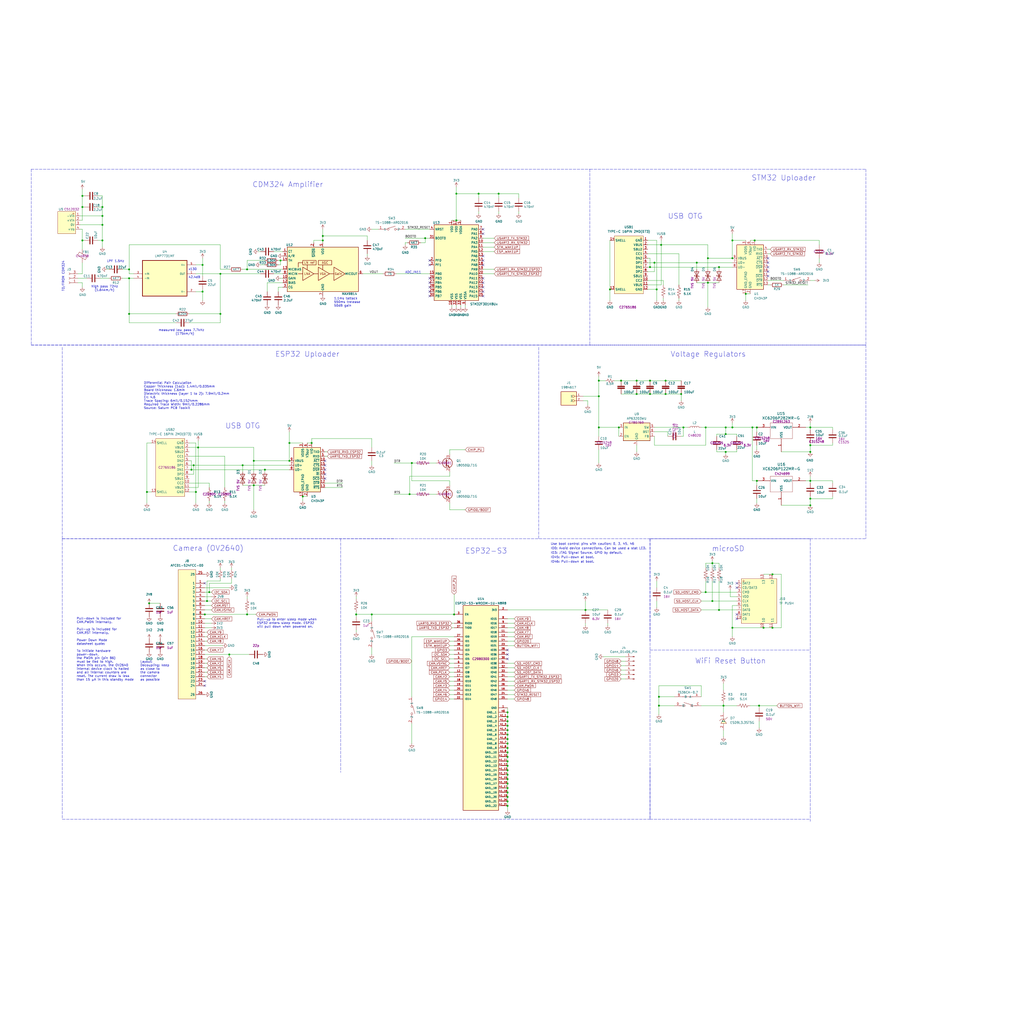
<source format=kicad_sch>
(kicad_sch (version 20250114) (generator "eeschema") (generator_version "9.0")
  (paper "User" 584.2 584.2)
  (text "1.1ms tattack\n550ms trelease\n50dB gain" (at 190.5 175.26 0) (effects (font (size 1.27 1.27)) (justify left bottom)))
  (text "ADC_IN11" (at 231.14 156.21 0) (effects (font (size 1.27 1.27)) (justify left bottom)))
  (text "Differential Pair Calculation\nCopper Thickness (1oz): 1.4mil/0.035mm\nBoard thickness: 1.6mm\nDielectric thickness (layer 1 to 2): 7.9mil/0.2mm\nEr: 4.6\nTrace Spacing: 6mil/0.1524mm\nRequired Trace Width: 9mil/0.2286mm\nSource: Saturn PCB Toolkit" (at 82.042 233.68 0) (effects (font (size 1.27 1.27)) (justify left bottom)))
  (text "IO0: Avoid device connections. Can be used a stat LED." (at 314.198 313.69 0) (effects (font (size 1.27 1.27)) (justify left bottom)))
  (text "WiFi Reset Button" (at 396.494 378.968 0) (effects (font (size 3 3)) (justify left bottom)))
  (text "Voltage Regulators\n" (at 382.524 203.962 0) (effects (font (size 3 3)) (justify left bottom)))
  (text "high pass 72Hz\n  (1.64km/h)" (at 52.07 166.37 0) (effects (font (size 1.27 1.27)) (justify left bottom)))
  (text "TO/FROM CDM324" (at 36.83 166.37 90) (effects (font (size 1.27 1.27)) (justify left bottom)))
  (text "Pull-down is included for \nCAM.PWDN internally.\n\nPull-up is included for \nCAM.RST internally." (at 43.688 361.95 0) (effects (font (size 1.27 1.27)) (justify left bottom)))
  (text "IO46: Pull-down at boot." (at 314.198 321.31 0) (effects (font (size 1.27 1.27)) (justify left bottom)))
  (text "ESP32-S3" (at 265.43 316.23 0) (effects (font (size 3 3)) (justify left bottom)))
  (text "Power Down Mode \ndatasheet quote:\n\nTo initiate hardware \npower-down, \nthe PWDN pin (pin B6)\nmust be tied to high. \nWhen this occurs, the OV2640\ninternal device clock is halted \nand all internal counters are\nreset. The current draw is less \nthan 15 µA in this standby mode" (at 43.688 388.62 0) (effects (font (size 1.27 1.27)) (justify left bottom)))
  (text "USB OTG" (at 381 125.222 0) (effects (font (size 3 3)) (justify left bottom)))
  (text "42.4dB" (at 107.442 159.004 0) (effects (font (size 1.27 1.27)) (justify left bottom)))
  (text "x130" (at 107.442 154.432 0) (effects (font (size 1.27 1.27)) (justify left bottom)))
  (text "ESP32 Uploader" (at 156.972 203.962 0) (effects (font (size 3 3)) (justify left bottom)))
  (text "Pull-up to enter sleep mode when \nESP32 enters sleep mode. ESP32 \nwill pull down when powered on." (at 146.558 358.394 0) (effects (font (size 1.27 1.27)) (justify left bottom)))
  (text "Use boot control pins with caution: 0, 3, 45, 46" (at 314.198 311.15 0) (effects (font (size 1.27 1.27)) (justify left bottom)))
  (text "CDM324 Amplifier" (at 144.018 107.188 0) (effects (font (size 3 3)) (justify left bottom)))
  (text "microSD" (at 406.146 314.96 0) (effects (font (size 3 3)) (justify left bottom)))
  (text "IO45: Pull-down at boot." (at 314.198 318.77 0) (effects (font (size 1.27 1.27)) (justify left bottom)))
  (text "Camera (OV2640)" (at 98.552 314.706 0) (effects (font (size 3 3)) (justify left bottom)))
  (text "Layout:\nDecoupling: keep \nas close to \nthe camera \nconnector \nas possible" (at 80.01 388.62 0) (effects (font (size 1.27 1.27)) (justify left bottom)))
  (text "measured low pass 7.7kHz\n          (175km/h)" (at 90.424 191.262 0) (effects (font (size 1.27 1.27)) (justify left bottom)))
  (text "LPF 1.5Hz" (at 60.96 149.86 0) (effects (font (size 1.27 1.27)) (justify left bottom)))
  (text "IO3: JTAG Signal Source. GPIO by default." (at 314.198 316.23 0) (effects (font (size 1.27 1.27)) (justify left bottom)))
  (text "STM32 Uploader" (at 428.752 103.378 0) (effects (font (size 3 3)) (justify left bottom)))
  (text "USB OTG" (at 128.524 244.856 0) (effects (font (size 3 3)) (justify left bottom)))
  (junction (at 58.42 123.19))
  (junction (at 242.57 135.89))
  (junction (at 462.28 254))
  (junction (at 433.07 402.59))
  (junction (at 58.42 118.11))
  (junction (at 431.8 274.32))
  (junction (at 410.21 347.98))
  (junction (at 289.56 457.2))
  (junction (at 118.11 342.9))
  (junction (at 125.73 179.07))
  (junction (at 379.73 217.17))
  (junction (at 370.84 224.79))
  (junction (at 111.76 280.67))
  (junction (at 414.02 257.81))
  (junction (at 289.56 406.4))
  (junction (at 289.56 434.34))
  (junction (at 377.19 139.7))
  (junction (at 414.02 243.84))
  (junction (at 289.56 414.02))
  (junction (at 83.82 280.67))
  (junction (at 73.66 179.07))
  (junction (at 341.63 217.17))
  (junction (at 403.86 147.32))
  (junction (at 353.06 243.84))
  (junction (at 46.99 118.11))
  (junction (at 58.42 137.16))
  (junction (at 289.56 419.1))
  (junction (at 144.78 262.89))
  (junction (at 402.59 243.84))
  (junction (at 113.03 255.27))
  (junction (at 289.56 459.74))
  (junction (at 289.56 449.58))
  (junction (at 354.33 217.17))
  (junction (at 406.4 321.31))
  (junction (at 417.83 147.32))
  (junction (at 435.61 358.14))
  (junction (at 212.09 350.52))
  (junction (at 363.22 224.79))
  (junction (at 73.66 158.75))
  (junction (at 46.99 111.76))
  (junction (at 334.01 347.98))
  (junction (at 184.15 137.16))
  (junction (at 289.56 447.04))
  (junction (at 85.09 344.17))
  (junction (at 115.57 151.13))
  (junction (at 289.56 444.5))
  (junction (at 165.1 262.89))
  (junction (at 144.78 276.86))
  (junction (at 289.56 416.56))
  (junction (at 370.84 152.4))
  (junction (at 403.86 161.29))
  (junction (at 177.8 252.73))
  (junction (at 73.66 153.67))
  (junction (at 397.51 149.86))
  (junction (at 375.92 397.51))
  (junction (at 289.56 454.66))
  (junction (at 260.35 125.73))
  (junction (at 462.28 284.48))
  (junction (at 289.56 426.72))
  (junction (at 389.89 243.84))
  (junction (at 289.56 439.42))
  (junction (at 462.28 257.81))
  (junction (at 412.75 402.59))
  (junction (at 341.63 226.06))
  (junction (at 414.02 247.65))
  (junction (at 462.28 288.29))
  (junction (at 115.57 166.37))
  (junction (at 289.56 436.88))
  (junction (at 140.97 350.52))
  (junction (at 440.69 358.14))
  (junction (at 46.99 137.16))
  (junction (at 417.83 243.84))
  (junction (at 429.26 243.84))
  (junction (at 116.84 350.52))
  (junction (at 406.4 342.9))
  (junction (at 58.42 128.27))
  (junction (at 417.83 137.16))
  (junction (at 440.69 327.66))
  (junction (at 417.83 358.14))
  (junction (at 259.08 350.52))
  (junction (at 289.56 411.48))
  (junction (at 289.56 441.96))
  (junction (at 184.15 134.62))
  (junction (at 130.81 373.38))
  (junction (at 233.68 281.94))
  (junction (at 289.56 429.26))
  (junction (at 289.56 424.18))
  (junction (at 165.1 252.73))
  (junction (at 430.53 137.16))
  (junction (at 375.92 402.59))
  (junction (at 172.72 283.21))
  (junction (at 431.8 243.84))
  (junction (at 109.22 267.97))
  (junction (at 289.56 421.64))
  (junction (at 234.95 264.16))
  (junction (at 119.38 337.82))
  (junction (at 425.45 167.64))
  (junction (at 289.56 431.8))
  (junction (at 138.43 265.43))
  (junction (at 289.56 408.94))
  (junction (at 379.73 224.79))
  (junction (at 363.22 217.17))
  (junction (at 273.05 110.49))
  (junction (at 140.97 153.67))
  (junction (at 388.62 224.79))
  (junction (at 374.65 165.1))
  (junction (at 402.59 337.82))
  (junction (at 110.49 265.43))
  (junction (at 151.13 267.97))
  (junction (at 260.35 110.49))
  (junction (at 160.02 148.59))
  (junction (at 289.56 452.12))
  (junction (at 203.2 350.52))
  (junction (at 125.73 156.21))
  (junction (at 462.28 274.32))
  (junction (at 462.28 243.84))
  (junction (at 341.63 243.84))
  (junction (at 370.84 217.17))
  (junction (at 373.38 149.86))
  (junction (at 284.48 110.49))
  (junction (at 410.21 152.4))
  (junction (at 347.98 165.1))
  (no_connect (at 275.59 168.91))
  (no_connect (at 185.42 270.51))
  (no_connect (at 245.11 148.59))
  (no_connect (at 116.84 332.74))
  (no_connect (at 420.37 332.74))
  (no_connect (at 289.56 375.92))
  (no_connect (at 438.15 157.48))
  (no_connect (at 185.42 265.43))
  (no_connect (at 185.42 262.89))
  (no_connect (at 185.42 273.05))
  (no_connect (at 275.59 163.83))
  (no_connect (at 245.11 158.75))
  (no_connect (at 245.11 151.13))
  (no_connect (at 275.59 166.37))
  (no_connect (at 275.59 161.29))
  (no_connect (at 420.37 350.52))
  (no_connect (at 116.84 391.16))
  (no_connect (at 275.59 130.81))
  (no_connect (at 275.59 158.75))
  (no_connect (at 245.11 161.29))
  (no_connect (at 420.37 353.06))
  (no_connect (at 275.59 146.05))
  (no_connect (at 289.56 373.38))
  (no_connect (at 438.15 149.86))
  (no_connect (at 275.59 133.35))
  (no_connect (at 438.15 147.32))
  (no_connect (at 245.11 166.37))
  (no_connect (at 116.84 388.62))
  (no_connect (at 185.42 267.97))
  (no_connect (at 438.15 152.4))
  (no_connect (at 275.59 148.59))
  (no_connect (at 289.56 370.84))
  (no_connect (at 245.11 163.83))
  (no_connect (at 420.37 335.28))
  (no_connect (at 275.59 151.13))
  (no_connect (at 438.15 154.94))
  (no_connect (at 245.11 168.91))
  (wire (pts (xy 273.05 113.03) (xy 273.05 110.49)))
  (wire (pts (xy 256.54 396.24) (xy 259.08 396.24)))
  (wire (pts (xy 334.01 347.98) (xy 334.01 342.9)))
  (wire (pts (xy 113.03 350.52) (xy 116.84 350.52)))
  (wire (pts (xy 429.26 243.84) (xy 431.8 243.84)))
  (wire (pts (xy 161.29 161.29) (xy 152.4 161.29)))
  (wire (pts (xy 350.52 217.17) (xy 354.33 217.17)))
  (wire (pts (xy 335.28 228.6) (xy 335.28 231.14)))
  (wire (pts (xy 379.73 217.17) (xy 388.62 217.17)))
  (wire (pts (xy 445.77 257.81) (xy 462.28 257.81)))
  (wire (pts (xy 410.21 152.4) (xy 410.21 153.67)))
  (wire (pts (xy 462.28 271.78) (xy 462.28 274.32)))
  (wire (pts (xy 397.51 149.86) (xy 417.83 149.86)))
  (wire (pts (xy 256.54 386.08) (xy 259.08 386.08)))
  (wire (pts (xy 412.75 406.4) (xy 412.75 402.59)))
  (wire (pts (xy 46.99 161.29) (xy 46.99 163.83)))
  (wire (pts (xy 341.63 226.06) (xy 341.63 243.84)) (stroke (width 0.1524)))
  (wire (pts (xy 354.33 387.35) (xy 356.87 387.35)))
  (wire (pts (xy 265.43 173.99) (xy 265.43 175.26)))
  (wire (pts (xy 260.35 110.49) (xy 260.35 125.73)))
  (wire (pts (xy 462.28 274.32) (xy 462.28 275.59)))
  (wire (pts (xy 459.74 274.32) (xy 462.28 274.32)))
  (wire (pts (xy 179.07 137.16) (xy 184.15 137.16)))
  (wire (pts (xy 256.54 393.7) (xy 259.08 393.7)))
  (wire (pts (xy 140.97 349.25) (xy 140.97 350.52)))
  (wire (pts (xy 132.08 330.2) (xy 132.08 332.74)))
  (wire (pts (xy 233.68 271.78) (xy 256.54 271.78)))
  (wire (pts (xy 260.35 106.68) (xy 260.35 110.49)))
  (wire (pts (xy 128.27 260.35) (xy 128.27 278.13)))
  (wire (pts (xy 275.59 143.51) (xy 281.94 143.51)))
  (wire (pts (xy 377.19 162.56) (xy 377.19 139.7)))
  (wire (pts (xy 242.57 135.89) (xy 231.14 135.89)))
  (polyline (pts (xy 307.34 198.12) (xy 307.34 307.34)) (stroke (width 0) (type dash)))
  (wire (pts (xy 177.8 250.19) (xy 177.8 252.73)))
  (wire (pts (xy 403.86 161.29) (xy 410.21 161.29)))
  (wire (pts (xy 289.56 347.98) (xy 334.01 347.98)))
  (wire (pts (xy 427.99 402.59) (xy 433.07 402.59)))
  (wire (pts (xy 165.1 262.89) (xy 165.1 252.73)) (stroke (width 0.1524)))
  (wire (pts (xy 397.51 149.86) (xy 397.51 153.67)))
  (wire (pts (xy 212.09 250.19) (xy 212.09 255.27)))
  (wire (pts (xy 116.84 340.36) (xy 120.65 340.36)))
  (wire (pts (xy 332.74 228.6) (xy 335.28 228.6)))
  (wire (pts (xy 256.54 381) (xy 259.08 381)))
  (wire (pts (xy 447.04 162.56) (xy 461.01 162.56)))
  (wire (pts (xy 289.56 406.4) (xy 289.56 408.94)))
  (wire (pts (xy 195.58 278.13) (xy 185.42 278.13)))
  (wire (pts (xy 118.11 342.9) (xy 120.65 342.9)))
  (wire (pts (xy 412.75 389.89) (xy 412.75 393.7)))
  (wire (pts (xy 138.43 153.67) (xy 140.97 153.67)))
  (wire (pts (xy 233.68 281.94) (xy 237.49 281.94)))
  (wire (pts (xy 429.26 274.32) (xy 431.8 274.32)))
  (wire (pts (xy 341.63 256.54) (xy 341.63 264.16)) (stroke (width 0.1524)))
  (wire (pts (xy 289.56 444.5) (xy 289.56 447.04)))
  (wire (pts (xy 256.54 375.92) (xy 259.08 375.92)))
  (wire (pts (xy 113.03 255.27) (xy 144.78 255.27)) (stroke (width 0.1524)))
  (wire (pts (xy 73.66 139.7) (xy 73.66 153.67)))
  (wire (pts (xy 341.63 214.63) (xy 341.63 217.17)) (stroke (width 0.1524)))
  (wire (pts (xy 400.05 347.98) (xy 410.21 347.98)))
  (wire (pts (xy 125.73 331.47) (xy 125.73 330.2)))
  (wire (pts (xy 130.81 374.65) (xy 130.81 373.38)))
  (wire (pts (xy 151.13 267.97) (xy 151.13 269.24)))
  (wire (pts (xy 212.09 130.81) (xy 215.9 130.81)))
  (wire (pts (xy 256.54 383.54) (xy 259.08 383.54)))
  (polyline (pts (xy 370.84 307.34) (xy 494.03 307.34)) (stroke (width 0) (type dash)))
  (wire (pts (xy 165.1 246.38) (xy 165.1 252.73)) (stroke (width 0.1524)))
  (wire (pts (xy 289.56 454.66) (xy 289.56 457.2)))
  (wire (pts (xy 118.11 383.54) (xy 116.84 383.54)))
  (wire (pts (xy 45.72 123.19) (xy 58.42 123.19)))
  (polyline (pts (xy 35.56 198.12) (xy 35.56 307.34)) (stroke (width 0) (type dash)))
  (wire (pts (xy 375.92 391.16) (xy 375.92 397.51)))
  (wire (pts (xy 403.86 147.32) (xy 417.83 147.32)))
  (wire (pts (xy 406.4 342.9) (xy 420.37 342.9)))
  (wire (pts (xy 245.11 281.94) (xy 248.92 281.94)))
  (polyline (pts (xy 462.28 307.34) (xy 370.84 307.34)) (stroke (width 0) (type dash)))
  (wire (pts (xy 165.1 252.73) (xy 172.72 252.73)) (stroke (width 0.1524)))
  (wire (pts (xy 113.03 251.46) (xy 113.03 255.27)) (stroke (width 0.1524)))
  (wire (pts (xy 289.56 421.64) (xy 289.56 424.18)))
  (wire (pts (xy 256.54 398.78) (xy 259.08 398.78)))
  (wire (pts (xy 431.8 246.38) (xy 431.8 243.84)))
  (wire (pts (xy 256.54 290.83) (xy 256.54 287.02)))
  (wire (pts (xy 224.79 281.94) (xy 233.68 281.94)))
  (wire (pts (xy 289.56 365.76) (xy 293.37 365.76)))
  (wire (pts (xy 374.65 165.1) (xy 374.65 171.45)))
  (wire (pts (xy 172.72 283.21) (xy 172.72 285.75)))
  (wire (pts (xy 414.02 257.81) (xy 420.37 257.81)) (stroke (width 0.1524)))
  (wire (pts (xy 341.63 217.17) (xy 345.44 217.17)))
  (wire (pts (xy 83.82 252.73) (xy 83.82 280.67)))
  (wire (pts (xy 203.2 350.52) (xy 203.2 349.25)))
  (wire (pts (xy 440.69 327.66) (xy 445.77 327.66)))
  (polyline (pts (xy 370.84 307.34) (xy 370.84 365.76)) (stroke (width 0) (type dash)))
  (wire (pts (xy 332.74 226.06) (xy 341.63 226.06)))
  (wire (pts (xy 245.11 135.89) (xy 242.57 135.89)))
  (wire (pts (xy 289.56 363.22) (xy 293.37 363.22)))
  (wire (pts (xy 130.81 153.67) (xy 125.73 153.67)))
  (wire (pts (xy 156.21 156.21) (xy 161.29 156.21)))
  (wire (pts (xy 334.01 356.87) (xy 334.01 355.6)))
  (wire (pts (xy 256.54 259.08) (xy 256.54 256.54)))
  (wire (pts (xy 116.84 342.9) (xy 118.11 342.9)))
  (wire (pts (xy 125.73 323.85) (xy 125.73 325.12)))
  (wire (pts (xy 414.02 243.84) (xy 414.02 247.65)) (stroke (width 0.1524)))
  (wire (pts (xy 389.89 248.92) (xy 389.89 243.84)))
  (wire (pts (xy 435.61 358.14) (xy 440.69 358.14)))
  (wire (pts (xy 289.56 386.08) (xy 293.37 386.08)))
  (wire (pts (xy 111.76 280.67) (xy 107.95 280.67)))
  (wire (pts (xy 256.54 290.83) (xy 265.43 290.83)))
  (wire (pts (xy 370.84 217.17) (xy 379.73 217.17)))
  (wire (pts (xy 256.54 373.38) (xy 259.08 373.38)))
  (wire (pts (xy 107.95 278.13) (xy 113.03 278.13)) (stroke (width 0.1524)))
  (wire (pts (xy 118.11 375.92) (xy 116.84 375.92)))
  (wire (pts (xy 289.56 426.72) (xy 289.56 429.26)))
  (wire (pts (xy 344.17 374.65) (xy 356.87 374.65)))
  (wire (pts (xy 45.72 125.73) (xy 46.99 125.73)))
  (wire (pts (xy 354.33 382.27) (xy 356.87 382.27)))
  (wire (pts (xy 289.56 414.02) (xy 289.56 416.56)))
  (wire (pts (xy 152.4 161.29) (xy 152.4 166.37)))
  (wire (pts (xy 289.56 408.94) (xy 289.56 411.48)))
  (wire (pts (xy 289.56 393.7) (xy 293.37 393.7)))
  (wire (pts (xy 45.72 130.81) (xy 46.99 130.81)))
  (wire (pts (xy 433.07 402.59) (xy 443.23 402.59)))
  (wire (pts (xy 400.05 337.82) (xy 402.59 337.82)))
  (wire (pts (xy 83.82 280.67) (xy 83.82 287.02)))
  (wire (pts (xy 257.81 358.14) (xy 259.08 358.14)))
  (wire (pts (xy 186.69 260.35) (xy 185.42 260.35)))
  (wire (pts (xy 60.96 153.67) (xy 62.23 153.67)))
  (wire (pts (xy 256.54 391.16) (xy 259.08 391.16)))
  (wire (pts (xy 158.75 163.83) (xy 158.75 166.37)))
  (wire (pts (xy 373.38 149.86) (xy 397.51 149.86)))
  (wire (pts (xy 111.76 156.21) (xy 125.73 156.21)))
  (polyline (pts (xy 494.03 96.52) (xy 494.03 196.85)) (stroke (width 0) (type dash)))
  (wire (pts (xy 110.49 265.43) (xy 138.43 265.43)))
  (wire (pts (xy 408.94 257.81) (xy 408.94 256.54)) (stroke (width 0.1524)))
  (wire (pts (xy 212.09 265.43) (xy 212.09 262.89)))
  (wire (pts (xy 462.28 254) (xy 462.28 257.81)))
  (wire (pts (xy 203.2 350.52) (xy 212.09 350.52)))
  (wire (pts (xy 384.81 402.59) (xy 375.92 402.59)))
  (wire (pts (xy 414.02 243.84) (xy 417.83 243.84)))
  (wire (pts (xy 425.45 167.64) (xy 427.99 167.64)))
  (wire (pts (xy 403.86 139.7) (xy 403.86 147.32)))
  (wire (pts (xy 369.57 137.16) (xy 374.65 137.16)))
  (wire (pts (xy 44.45 158.75) (xy 49.53 158.75)))
  (wire (pts (xy 388.62 224.79) (xy 388.62 228.6)))
  (wire (pts (xy 262.89 175.26) (xy 262.89 173.99)))
  (wire (pts (xy 354.33 217.17) (xy 363.22 217.17)))
  (wire (pts (xy 107.95 262.89) (xy 109.22 262.89)))
  (wire (pts (xy 433.07 402.59) (xy 433.07 403.86)))
  (wire (pts (xy 289.56 419.1) (xy 289.56 421.64)))
  (wire (pts (xy 384.81 397.51) (xy 375.92 397.51)))
  (polyline (pts (xy 370.84 467.36) (xy 462.28 467.36)) (stroke (width 0) (type dash)))
  (wire (pts (xy 289.56 398.78) (xy 293.37 398.78)))
  (wire (pts (xy 144.78 276.86) (xy 151.13 276.86)))
  (wire (pts (xy 234.95 264.16) (xy 237.49 264.16)))
  (wire (pts (xy 257.81 355.6) (xy 259.08 355.6)))
  (wire (pts (xy 212.09 350.52) (xy 212.09 354.33)))
  (polyline (pts (xy 35.56 467.36) (xy 370.84 467.36)) (stroke (width 0) (type dash)))
  (wire (pts (xy 378.46 160.02) (xy 369.57 160.02)))
  (wire (pts (xy 289.56 452.12) (xy 289.56 454.66)))
  (wire (pts (xy 144.78 262.89) (xy 144.78 269.24)) (stroke (width 0.1524)))
  (wire (pts (xy 459.74 243.84) (xy 462.28 243.84)))
  (wire (pts (xy 445.77 327.66) (xy 445.77 358.14)))
  (wire (pts (xy 403.86 147.32) (xy 403.86 153.67)))
  (wire (pts (xy 161.29 163.83) (xy 158.75 163.83)))
  (wire (pts (xy 462.28 243.84) (xy 474.98 243.84)))
  (wire (pts (xy 48.26 137.16) (xy 46.99 137.16)))
  (wire (pts (xy 147.32 143.51) (xy 148.59 143.51)))
  (wire (pts (xy 431.8 276.86) (xy 431.8 274.32)))
  (wire (pts (xy 257.81 175.26) (xy 257.81 173.99)))
  (wire (pts (xy 58.42 123.19) (xy 58.42 128.27)))
  (wire (pts (xy 295.91 121.92) (xy 295.91 120.65)))
  (wire (pts (xy 373.38 243.84) (xy 389.89 243.84)))
  (wire (pts (xy 369.57 162.56) (xy 377.19 162.56)))
  (wire (pts (xy 377.19 139.7) (xy 403.86 139.7)))
  (wire (pts (xy 410.21 347.98) (xy 420.37 347.98)))
  (wire (pts (xy 58.42 111.76) (xy 58.42 118.11)))
  (wire (pts (xy 369.57 152.4) (xy 370.84 152.4)))
  (wire (pts (xy 381 248.92) (xy 381 246.38)))
  (wire (pts (xy 406.4 331.47) (xy 406.4 342.9)))
  (wire (pts (xy 46.99 118.11) (xy 46.99 125.73)))
  (wire (pts (xy 445.77 358.14) (xy 440.69 358.14)))
  (wire (pts (xy 179.07 138.43) (xy 179.07 137.16)))
  (wire (pts (xy 224.79 264.16) (xy 234.95 264.16)))
  (wire (pts (xy 73.66 184.15) (xy 100.33 184.15)))
  (wire (pts (xy 275.59 138.43) (xy 281.94 138.43)))
  (wire (pts (xy 107.95 252.73) (xy 111.76 252.73)))
  (wire (pts (xy 86.36 280.67) (xy 83.82 280.67)))
  (polyline (pts (xy 370.84 438.15) (xy 370.84 467.36)) (stroke (width 0) (type dash)))
  (wire (pts (xy 148.59 151.13) (xy 151.13 151.13)))
  (wire (pts (xy 341.63 217.17) (xy 341.63 226.06)) (stroke (width 0.1524)))
  (wire (pts (xy 354.33 379.73) (xy 356.87 379.73)))
  (polyline (pts (xy 17.78 196.85) (xy 68.58 196.85)) (stroke (width 0) (type dash)))
  (wire (pts (xy 388.62 248.92) (xy 389.89 248.92)))
  (wire (pts (xy 256.54 370.84) (xy 259.08 370.84)))
  (wire (pts (xy 403.86 161.29) (xy 403.86 175.26)))
  (wire (pts (xy 212.09 250.19) (xy 177.8 250.19)))
  (wire (pts (xy 144.78 262.89) (xy 165.1 262.89)) (stroke (width 0.1524)))
  (wire (pts (xy 341.63 243.84) (xy 341.63 248.92)) (stroke (width 0.1524)))
  (wire (pts (xy 234.95 363.22) (xy 234.95 397.51)))
  (wire (pts (xy 107.95 270.51) (xy 110.49 270.51)))
  (wire (pts (xy 138.43 265.43) (xy 165.1 265.43)))
  (wire (pts (xy 118.11 370.84) (xy 116.84 370.84)))
  (wire (pts (xy 417.83 147.32) (xy 417.83 137.16)))
  (wire (pts (xy 289.56 388.62) (xy 293.37 388.62)))
  (wire (pts (xy 379.73 224.79) (xy 388.62 224.79)))
  (wire (pts (xy 408.94 247.65) (xy 414.02 247.65)) (stroke (width 0.1524)))
  (wire (pts (xy 226.06 156.21) (xy 245.11 156.21)))
  (wire (pts (xy 400.05 391.16) (xy 400.05 397.51)))
  (wire (pts (xy 284.48 120.65) (xy 284.48 121.92)))
  (wire (pts (xy 260.35 173.99) (xy 260.35 175.26)))
  (wire (pts (xy 289.56 378.46) (xy 293.37 378.46)))
  (wire (pts (xy 420.37 340.36) (xy 416.56 340.36)))
  (wire (pts (xy 115.57 157.48) (xy 115.57 151.13)))
  (wire (pts (xy 369.57 139.7) (xy 377.19 139.7)))
  (wire (pts (xy 85.09 344.17) (xy 91.44 344.17)))
  (wire (pts (xy 144.78 276.86) (xy 144.78 290.83)))
  (wire (pts (xy 406.4 321.31) (xy 406.4 323.85)))
  (wire (pts (xy 400.05 402.59) (xy 412.75 402.59)))
  (wire (pts (xy 234.95 274.32) (xy 234.95 264.16)))
  (wire (pts (xy 414.02 257.81) (xy 408.94 257.81)) (stroke (width 0.1524)))
  (wire (pts (xy 420.37 247.65) (xy 420.37 248.92)) (stroke (width 0.1524)))
  (wire (pts (xy 115.57 151.13) (xy 111.76 151.13)))
  (polyline (pts (xy 370.84 307.34) (xy 370.84 467.36)) (stroke (width 0) (type dash)))
  (wire (pts (xy 184.15 137.16) (xy 184.15 138.43)))
  (wire (pts (xy 260.35 110.49) (xy 273.05 110.49)))
  (wire (pts (xy 381 246.38) (xy 373.38 246.38)))
  (wire (pts (xy 289.56 411.48) (xy 289.56 414.02)))
  (wire (pts (xy 412.75 402.59) (xy 420.37 402.59)))
  (wire (pts (xy 73.66 179.07) (xy 100.33 179.07)))
  (wire (pts (xy 161.29 158.75) (xy 160.02 158.75)))
  (wire (pts (xy 132.08 323.85) (xy 132.08 325.12)))
  (wire (pts (xy 373.38 149.86) (xy 369.57 149.86)))
  (wire (pts (xy 111.76 252.73) (xy 111.76 280.67)))
  (wire (pts (xy 232.41 138.43) (xy 231.14 138.43)))
  (wire (pts (xy 273.05 121.92) (xy 273.05 120.65)))
  (wire (pts (xy 203.2 340.36) (xy 203.2 341.63)))
  (wire (pts (xy 417.83 241.3) (xy 417.83 243.84)) (stroke (width 0.1524)))
  (wire (pts (xy 46.99 130.81) (xy 46.99 137.16)))
  (wire (pts (xy 144.78 255.27) (xy 144.78 262.89)) (stroke (width 0.1524)))
  (wire (pts (xy 369.57 154.94) (xy 373.38 154.94)))
  (wire (pts (xy 231.14 130.81) (xy 245.11 130.81)))
  (wire (pts (xy 55.88 118.11) (xy 58.42 118.11)))
  (wire (pts (xy 417.83 137.16) (xy 425.45 137.16)))
  (wire (pts (xy 373.38 248.92) (xy 373.38 254)))
  (wire (pts (xy 234.95 363.22) (xy 259.08 363.22)))
  (wire (pts (xy 118.11 381) (xy 116.84 381)))
  (wire (pts (xy 284.48 110.49) (xy 295.91 110.49)))
  (wire (pts (xy 58.42 137.16) (xy 58.42 140.97)))
  (wire (pts (xy 46.99 137.16) (xy 46.99 142.24)))
  (wire (pts (xy 289.56 429.26) (xy 289.56 431.8)))
  (wire (pts (xy 410.21 321.31) (xy 410.21 323.85)))
  (wire (pts (xy 374.65 331.47) (xy 374.65 335.28)))
  (wire (pts (xy 115.57 147.32) (xy 115.57 151.13)))
  (wire (pts (xy 138.43 265.43) (xy 138.43 269.24)))
  (wire (pts (xy 158.75 151.13) (xy 160.02 151.13)))
  (wire (pts (xy 175.26 252.73) (xy 177.8 252.73)))
  (wire (pts (xy 295.91 113.03) (xy 295.91 110.49)))
  (wire (pts (xy 212.09 373.38) (xy 212.09 369.57)))
  (wire (pts (xy 435.61 327.66) (xy 440.69 327.66)))
  (wire (pts (xy 378.46 160.02) (xy 378.46 162.56)))
  (wire (pts (xy 233.68 281.94) (xy 233.68 271.78)))
  (wire (pts (xy 462.28 284.48) (xy 462.28 283.21)))
  (wire (pts (xy 289.56 439.42) (xy 289.56 441.96)))
  (wire (pts (xy 125.73 156.21) (xy 125.73 179.07)))
  (wire (pts (xy 370.84 147.32) (xy 370.84 152.4)))
  (wire (pts (xy 354.33 384.81) (xy 356.87 384.81)))
  (wire (pts (xy 130.81 373.38) (xy 142.24 373.38)))
  (wire (pts (xy 156.21 143.51) (xy 161.29 143.51)))
  (wire (pts (xy 73.66 179.07) (xy 73.66 184.15)))
  (wire (pts (xy 275.59 135.89) (xy 281.94 135.89)))
  (wire (pts (xy 363.22 254) (xy 363.22 257.81)))
  (wire (pts (xy 111.76 280.67) (xy 111.76 287.02)))
  (wire (pts (xy 289.56 441.96) (xy 289.56 444.5)))
  (wire (pts (xy 58.42 128.27) (xy 58.42 137.16)))
  (wire (pts (xy 425.45 167.64) (xy 425.45 171.45)))
  (polyline (pts (xy 370.84 370.84) (xy 462.28 370.84)) (stroke (width 0) (type dash)))
  (wire (pts (xy 46.99 111.76) (xy 46.99 118.11)))
  (wire (pts (xy 347.98 137.16) (xy 347.98 165.1)))
  (wire (pts (xy 256.54 368.3) (xy 259.08 368.3)))
  (polyline (pts (xy 68.58 96.52) (xy 336.55 96.52)) (stroke (width 0) (type dash)))
  (wire (pts (xy 433.07 411.48) (xy 433.07 415.29)))
  (wire (pts (xy 341.63 243.84) (xy 353.06 243.84)) (stroke (width 0.1524)))
  (wire (pts (xy 402.59 243.84) (xy 414.02 243.84)))
  (wire (pts (xy 363.22 217.17) (xy 370.84 217.17)))
  (wire (pts (xy 462.28 284.48) (xy 474.98 284.48)))
  (wire (pts (xy 120.65 337.82) (xy 119.38 337.82)))
  (wire (pts (xy 116.84 358.14) (xy 120.65 358.14)))
  (wire (pts (xy 259.08 339.09) (xy 259.08 350.52)))
  (wire (pts (xy 474.98 274.32) (xy 474.98 275.59)))
  (wire (pts (xy 256.54 274.32) (xy 234.95 274.32)))
  (wire (pts (xy 462.28 284.48) (xy 462.28 288.29)))
  (wire (pts (xy 439.42 162.56) (xy 438.15 162.56)))
  (wire (pts (xy 408.94 247.65) (xy 408.94 248.92)) (stroke (width 0.1524)))
  (wire (pts (xy 48.26 111.76) (xy 46.99 111.76)))
  (polyline (pts (xy 336.55 96.52) (xy 494.03 96.52)) (stroke (width 0) (type dash)))
  (wire (pts (xy 273.05 110.49) (xy 284.48 110.49)))
  (wire (pts (xy 412.75 402.59) (xy 412.75 401.32)))
  (wire (pts (xy 125.73 156.21) (xy 148.59 156.21)))
  (wire (pts (xy 427.99 137.16) (xy 430.53 137.16)))
  (wire (pts (xy 377.19 137.16) (xy 377.19 139.7)))
  (wire (pts (xy 118.11 331.47) (xy 118.11 342.9)))
  (wire (pts (xy 184.15 137.16) (xy 184.15 134.62)))
  (wire (pts (xy 111.76 166.37) (xy 115.57 166.37)))
  (wire (pts (xy 55.88 137.16) (xy 58.42 137.16)))
  (wire (pts (xy 118.11 365.76) (xy 116.84 365.76)))
  (wire (pts (xy 109.22 267.97) (xy 107.95 267.97)))
  (wire (pts (xy 116.84 373.38) (xy 130.81 373.38)))
  (wire (pts (xy 402.59 337.82) (xy 420.37 337.82)))
  (wire (pts (xy 334.01 347.98) (xy 346.71 347.98)))
  (wire (pts (xy 118.11 360.68) (xy 116.84 360.68)) (stroke (width 0.1016)))
  (wire (pts (xy 289.56 355.6) (xy 293.37 355.6)))
  (wire (pts (xy 46.99 149.86) (xy 46.99 156.21)))
  (wire (pts (xy 467.36 149.86) (xy 467.36 147.32)))
  (wire (pts (xy 289.56 358.14) (xy 293.37 358.14)))
  (wire (pts (xy 107.95 275.59) (xy 119.38 275.59)))
  (wire (pts (xy 275.59 153.67) (xy 281.94 153.67)))
  (wire (pts (xy 245.11 264.16) (xy 248.92 264.16)))
  (wire (pts (xy 417.83 133.35) (xy 417.83 137.16)))
  (wire (pts (xy 439.42 142.24) (xy 438.15 142.24)))
  (polyline (pts (xy 17.78 196.85) (xy 494.03 196.85)) (stroke (width 0) (type dash)))
  (wire (pts (xy 417.83 243.84) (xy 429.26 243.84)))
  (wire (pts (xy 414.02 247.65) (xy 420.37 247.65)) (stroke (width 0.1524)))
  (wire (pts (xy 420.37 257.81) (xy 420.37 256.54)) (stroke (width 0.1524)))
  (wire (pts (xy 138.43 276.86) (xy 144.78 276.86)))
  (wire (pts (xy 119.38 275.59) (xy 119.38 278.13)))
  (wire (pts (xy 373.38 254) (xy 402.59 254)))
  (wire (pts (xy 116.84 353.06) (xy 120.65 353.06)))
  (wire (pts (xy 462.28 243.84) (xy 462.28 245.11)))
  (wire (pts (xy 289.56 416.56) (xy 289.56 419.1)))
  (wire (pts (xy 151.13 267.97) (xy 165.1 267.97)))
  (wire (pts (xy 284.48 110.49) (xy 284.48 113.03)))
  (wire (pts (xy 118.11 386.08) (xy 116.84 386.08)))
  (wire (pts (xy 45.72 128.27) (xy 58.42 128.27)))
  (wire (pts (xy 346.71 356.87) (xy 346.71 355.6)))
  (polyline (pts (xy 17.78 96.52) (xy 68.58 96.52)) (stroke (width 0) (type dash)))
  (wire (pts (xy 234.95 412.75) (xy 234.95 424.18)))
  (wire (pts (xy 256.54 365.76) (xy 259.08 365.76)))
  (wire (pts (xy 186.69 257.81) (xy 185.42 257.81)))
  (wire (pts (xy 406.4 321.31) (xy 410.21 321.31)))
  (wire (pts (xy 231.14 138.43) (xy 231.14 139.7)))
  (wire (pts (xy 289.56 396.24) (xy 293.37 396.24)))
  (wire (pts (xy 73.66 156.21) (xy 76.2 156.21)))
  (wire (pts (xy 58.42 111.76) (xy 55.88 111.76)))
  (wire (pts (xy 474.98 243.84) (xy 474.98 245.11)))
  (wire (pts (xy 209.55 134.62) (xy 209.55 137.16)))
  (wire (pts (xy 289.56 459.74) (xy 289.56 462.28)))
  (wire (pts (xy 44.45 156.21) (xy 46.99 156.21)))
  (wire (pts (xy 256.54 271.78) (xy 256.54 269.24)))
  (wire (pts (xy 387.35 144.78) (xy 387.35 162.56)))
  (wire (pts (xy 256.54 256.54) (xy 265.43 256.54)))
  (wire (pts (xy 289.56 424.18) (xy 289.56 426.72)))
  (wire (pts (xy 160.02 148.59) (xy 161.29 148.59)))
  (wire (pts (xy 118.11 331.47) (xy 125.73 331.47)))
  (wire (pts (xy 474.98 254) (xy 474.98 252.73)))
  (wire (pts (xy 462.28 274.32) (xy 474.98 274.32)))
  (polyline (pts (xy 336.55 196.85) (xy 494.03 196.85)) (stroke (width 0) (type dash)))
  (wire (pts (xy 116.84 368.3) (xy 127 368.3)))
  (wire (pts (xy 151.13 148.59) (xy 140.97 148.59)))
  (wire (pts (xy 402.59 321.31) (xy 402.59 323.85)))
  (wire (pts (xy 195.58 275.59) (xy 185.42 275.59)))
  (wire (pts (xy 410.21 331.47) (xy 410.21 347.98)))
  (wire (pts (xy 412.75 416.56) (xy 412.75 420.37)))
  (wire (pts (xy 402.59 254) (xy 402.59 243.84)))
  (wire (pts (xy 109.22 267.97) (xy 109.22 262.89)))
  (wire (pts (xy 207.01 156.21) (xy 218.44 156.21)))
  (wire (pts (xy 116.84 345.44) (xy 120.65 345.44)))
  (wire (pts (xy 467.36 137.16) (xy 467.36 139.7)))
  (wire (pts (xy 44.45 161.29) (xy 46.99 161.29)))
  (wire (pts (xy 289.56 457.2) (xy 289.56 459.74)))
  (wire (pts (xy 128.27 287.02) (xy 128.27 285.75)))
  (polyline (pts (xy 194.31 307.34) (xy 194.31 440.69)) (stroke (width 0) (type dash)))
  (wire (pts (xy 439.42 144.78) (xy 438.15 144.78)))
  (wire (pts (xy 373.38 149.86) (xy 373.38 154.94)))
  (wire (pts (xy 406.4 321.31) (xy 402.59 321.31)))
  (wire (pts (xy 289.56 403.86) (xy 289.56 406.4)))
  (wire (pts (xy 107.95 255.27) (xy 113.03 255.27)) (stroke (width 0.1524)))
  (wire (pts (xy 140.97 148.59) (xy 140.97 153.67)))
  (wire (pts (xy 430.53 137.16) (xy 467.36 137.16)))
  (wire (pts (xy 116.84 347.98) (xy 120.65 347.98)))
  (wire (pts (xy 160.02 151.13) (xy 160.02 148.59)))
  (wire (pts (xy 118.11 378.46) (xy 116.84 378.46)))
  (wire (pts (xy 184.15 134.62) (xy 209.55 134.62)))
  (wire (pts (xy 406.4 320.04) (xy 406.4 321.31)))
  (wire (pts (xy 242.57 138.43) (xy 240.03 138.43)))
  (wire (pts (xy 116.84 335.28) (xy 130.81 335.28)))
  (wire (pts (xy 107.95 179.07) (xy 125.73 179.07)))
  (wire (pts (xy 397.51 161.29) (xy 403.86 161.29)))
  (wire (pts (xy 416.56 336.55) (xy 416.56 340.36)))
  (wire (pts (xy 400.05 342.9) (xy 406.4 342.9)))
  (wire (pts (xy 289.56 383.54) (xy 293.37 383.54)))
  (wire (pts (xy 125.73 184.15) (xy 107.95 184.15)))
  (wire (pts (xy 125.73 153.67) (xy 125.73 139.7)))
  (wire (pts (xy 474.98 284.48) (xy 474.98 283.21)))
  (wire (pts (xy 354.33 377.19) (xy 356.87 377.19)))
  (wire (pts (xy 203.2 359.41) (xy 203.2 360.68)))
  (polyline (pts (xy 68.58 196.85) (xy 336.55 196.85)) (stroke (width 0) (type dash)))
  (wire (pts (xy 73.66 158.75) (xy 76.2 158.75)))
  (wire (pts (xy 289.56 436.88) (xy 289.56 439.42)))
  (polyline (pts (xy 17.78 96.52) (xy 17.78 196.85)) (stroke (width 0) (type dash)))
  (wire (pts (xy 275.59 156.21) (xy 281.94 156.21)))
  (wire (pts (xy 414.02 257.81) (xy 414.02 259.08)) (stroke (width 0.1524)))
  (wire (pts (xy 256.54 276.86) (xy 256.54 274.32)))
  (wire (pts (xy 402.59 331.47) (xy 402.59 337.82)))
  (wire (pts (xy 387.35 144.78) (xy 369.57 144.78)))
  (wire (pts (xy 83.82 252.73) (xy 86.36 252.73)))
  (wire (pts (xy 140.97 350.52) (xy 146.05 350.52)))
  (wire (pts (xy 116.84 350.52) (xy 140.97 350.52)))
  (wire (pts (xy 172.72 283.21) (xy 175.26 283.21)))
  (wire (pts (xy 184.15 134.62) (xy 184.15 130.81)))
  (wire (pts (xy 400.05 243.84) (xy 402.59 243.84)))
  (wire (pts (xy 140.97 341.63) (xy 140.97 340.36)))
  (wire (pts (xy 374.65 342.9) (xy 374.65 346.71)))
  (wire (pts (xy 347.98 165.1) (xy 347.98 171.45)))
  (wire (pts (xy 73.66 158.75) (xy 73.66 179.07)))
  (wire (pts (xy 242.57 135.89) (xy 242.57 138.43)))
  (wire (pts (xy 417.83 345.44) (xy 417.83 358.14)))
  (wire (pts (xy 429.26 243.84) (xy 429.26 274.32)))
  (wire (pts (xy 464.82 160.02) (xy 462.28 160.02)))
  (wire (pts (xy 375.92 402.59) (xy 375.92 407.67)))
  (polyline (pts (xy 494.03 196.85) (xy 494.03 307.34)) (stroke (width 0) (type dash)))
  (wire (pts (xy 115.57 165.1) (xy 115.57 166.37)))
  (wire (pts (xy 115.57 166.37) (xy 115.57 171.45)))
  (wire (pts (xy 389.89 243.84) (xy 392.43 243.84)))
  (wire (pts (xy 378.46 171.45) (xy 378.46 170.18)))
  (wire (pts (xy 462.28 254) (xy 474.98 254)))
  (wire (pts (xy 369.57 147.32) (xy 370.84 147.32)))
  (wire (pts (xy 445.77 288.29) (xy 462.28 288.29)))
  (wire (pts (xy 289.56 360.68) (xy 293.37 360.68)))
  (wire (pts (xy 375.92 391.16) (xy 400.05 391.16)))
  (wire (pts (xy 410.21 152.4) (xy 417.83 152.4)))
  (wire (pts (xy 46.99 107.95) (xy 46.99 111.76)))
  (wire (pts (xy 462.28 254) (xy 462.28 252.73)))
  (wire (pts (xy 69.85 158.75) (xy 73.66 158.75)))
  (polyline (pts (xy 462.28 307.34) (xy 462.28 468.63)) (stroke (width 0) (type dash)))
  (polyline (pts (xy 224.79 307.34) (xy 35.56 307.34)) (stroke (width 0) (type dash)))
  (wire (pts (xy 431.8 254) (xy 431.8 256.54)))
  (wire (pts (xy 58.42 118.11) (xy 58.42 123.19)))
  (wire (pts (xy 289.56 447.04) (xy 289.56 449.58)))
  (wire (pts (xy 289.56 449.58) (xy 289.56 452.12)))
  (wire (pts (xy 289.56 391.16) (xy 293.37 391.16)))
  (wire (pts (xy 275.59 140.97) (xy 281.94 140.97)))
  (wire (pts (xy 125.73 139.7) (xy 73.66 139.7)))
  (wire (pts (xy 158.75 148.59) (xy 160.02 148.59)))
  (wire (pts (xy 353.06 243.84) (xy 353.06 248.92)))
  (wire (pts (xy 109.22 267.97) (xy 151.13 267.97)))
  (wire (pts (xy 110.49 265.43) (xy 110.49 270.51)))
  (polyline (pts (xy 35.56 307.34) (xy 35.56 467.36)) (stroke (width 0) (type dash)))
  (wire (pts (xy 62.23 158.75) (xy 57.15 158.75)))
  (wire (pts (xy 212.09 350.52) (xy 259.08 350.52)))
  (wire (pts (xy 119.38 332.74) (xy 132.08 332.74)))
  (wire (pts (xy 374.65 165.1) (xy 369.57 165.1)))
  (wire (pts (xy 289.56 353.06) (xy 293.37 353.06)))
  (wire (pts (xy 257.81 125.73) (xy 260.35 125.73)))
  (wire (pts (xy 116.84 355.6) (xy 120.65 355.6)))
  (wire (pts (xy 48.26 118.11) (xy 46.99 118.11)))
  (wire (pts (xy 256.54 388.62) (xy 259.08 388.62)))
  (wire (pts (xy 420.37 345.44) (xy 417.83 345.44)))
  (wire (pts (xy 73.66 156.21) (xy 73.66 153.67)))
  (wire (pts (xy 140.97 153.67) (xy 161.29 153.67)))
  (wire (pts (xy 119.38 287.02) (xy 119.38 285.75)))
  (wire (pts (xy 289.56 381) (xy 293.37 381)))
  (wire (pts (xy 209.55 146.05) (xy 209.55 144.78)))
  (wire (pts (xy 118.11 363.22) (xy 116.84 363.22)))
  (wire (pts (xy 69.85 153.67) (xy 73.66 153.67)))
  (wire (pts (xy 363.22 224.79) (xy 370.84 224.79)))
  (wire (pts (xy 119.38 337.82) (xy 116.84 337.82)))
  (wire (pts (xy 374.65 137.16) (xy 374.65 165.1)))
  (wire (pts (xy 370.84 224.79) (xy 379.73 224.79)))
  (wire (pts (xy 417.83 358.14) (xy 417.83 363.22)))
  (wire (pts (xy 417.83 358.14) (xy 435.61 358.14)))
  (wire (pts (xy 354.33 224.79) (xy 363.22 224.79)))
  (wire (pts (xy 431.8 284.48) (xy 431.8 287.02)))
  (wire (pts (xy 438.15 160.02) (xy 447.04 160.02)))
  (polyline (pts (xy 336.55 96.52) (xy 336.55 196.85)) (stroke (width 0) (type dash)))
  (wire (pts (xy 289.56 434.34) (xy 289.56 436.88)))
  (wire (pts (xy 370.84 152.4) (xy 410.21 152.4)))
  (wire (pts (xy 128.27 260.35) (xy 107.95 260.35)))
  (wire (pts (xy 462.28 241.3) (xy 462.28 243.84)))
  (wire (pts (xy 125.73 179.07) (xy 125.73 184.15)))
  (wire (pts (xy 203.2 350.52) (xy 203.2 351.79)))
  (wire (pts (xy 113.03 278.13) (xy 113.03 255.27)) (stroke (width 0.1524)))
  (wire (pts (xy 256.54 378.46) (xy 259.08 378.46)))
  (wire (pts (xy 289.56 431.8) (xy 289.56 434.34)))
  (wire (pts (xy 260.35 125.73) (xy 262.89 125.73)))
  (wire (pts (xy 375.92 397.51) (xy 375.92 402.59)))
  (wire (pts (xy 107.95 265.43) (xy 110.49 265.43)))
  (wire (pts (xy 387.35 171.45) (xy 387.35 170.18)))
  (polyline (pts (xy 35.56 307.34) (xy 370.84 307.34)) (stroke (width 0) (type dash)))
  (wire (pts (xy 289.56 368.3) (xy 293.37 368.3)))
  (wire (pts (xy 119.38 337.82) (xy 119.38 332.74)))
  (label "DTR" (at 195.58 275.59 180))
  (label "RTS" (at 195.58 278.13 180))
  (label "STM32_RESET" (at 232.41 130.81 0))
  (label "VOUT" (at 210.82 156.21 0))
  (label "STM32_RESET" (at 461.01 162.56 180))
  (label "RTS" (at 224.79 281.94 0))
  (label "BOOT0" (at 439.42 160.02 0))
  (label "DTR" (at 224.79 264.16 0))
  (label "BOOT0" (at 231.14 135.89 0))
  (global_label "GPIO46" (shape input) (at 293.37 393.7 0) (property "Intersheetrefs" "${INTERSHEET_REFS}" (effects (hide yes))))
  (global_label "CAM.Y7" (shape input) (at 118.11 370.84 0) (property "Intersheetrefs" "${INTERSHEET_REFS}" (effects (hide yes))))
  (global_label "CAM.Y8" (shape input) (at 293.37 358.14 0) (property "Intersheetrefs" "${INTERSHEET_REFS}" (effects (hide yes))))
  (global_label "USART1_TX_STM32_ESP32" (shape input) (at 293.37 386.08 0) (property "Intersheetrefs" "${INTERSHEET_REFS}" (effects (hide yes))))
  (global_label "CAM.RST" (shape input) (at 120.65 345.44 0) (property "Intersheetrefs" "${INTERSHEET_REFS}" (effects (hide yes))))
  (global_label "CAM.Y6" (shape input) (at 118.11 375.92 0) (property "Intersheetrefs" "${INTERSHEET_REFS}" (effects (hide yes))))
  (global_label "USART1_TX_STM32_ESP32" (shape input) (at 281.94 156.21 0) (property "Intersheetrefs" "${INTERSHEET_REFS}" (effects (hide yes))))
  (global_label "USART1_RX_STM32_ESP32" (shape input) (at 293.37 388.62 0) (property "Intersheetrefs" "${INTERSHEET_REFS}" (effects (hide yes))))
  (global_label "BUTTON_WIFI" (shape input) (at 443.23 402.59 0) (property "Intersheetrefs" "${INTERSHEET_REFS}" (effects (hide yes))))
  (global_label "GPIO0{slash}BOOT" (shape input) (at 265.43 290.83 0) (property "Intersheetrefs" "${INTERSHEET_REFS}" (effects (hide yes))))
  (global_label "CAM.PCLK" (shape input) (at 130.81 374.65 270) (property "Intersheetrefs" "${INTERSHEET_REFS}" (effects (hide yes))))
  (global_label "I2C_SCL" (shape input) (at 256.54 375.92 180) (property "Intersheetrefs" "${INTERSHEET_REFS}" (effects (hide yes))))
  (global_label "CAM.Y2" (shape input) (at 256.54 386.08 180) (property "Intersheetrefs" "${INTERSHEET_REFS}" (effects (hide yes))))
  (global_label "CAM.Y3" (shape input) (at 118.11 383.54 0) (property "Intersheetrefs" "${INTERSHEET_REFS}" (effects (hide yes))))
  (global_label "SD_HOST_DATA" (shape input) (at 400.05 347.98 180) (property "Intersheetrefs" "${INTERSHEET_REFS}" (effects (hide yes))))
  (global_label "CAM.Y2" (shape input) (at 118.11 378.46 0) (property "Intersheetrefs" "${INTERSHEET_REFS}" (effects (hide yes))))
  (global_label "I2C_SCL" (shape input) (at 120.65 342.9 0) (property "Intersheetrefs" "${INTERSHEET_REFS}" (effects (hide yes))))
  (global_label "UART0_TXD_ESP32" (shape input) (at 257.81 358.14 180) (property "Intersheetrefs" "${INTERSHEET_REFS}" (effects (hide yes))))
  (global_label "STM_WAKEUP" (shape input) (at 281.94 140.97 0) (property "Intersheetrefs" "${INTERSHEET_REFS}" (effects (hide yes))))
  (global_label "GPIO0{slash}BOOT" (shape input) (at 234.95 377.19 180) (property "Intersheetrefs" "${INTERSHEET_REFS}" (effects (hide yes))))
  (global_label "UART0_RXD_ESP32" (shape input) (at 257.81 355.6 180) (property "Intersheetrefs" "${INTERSHEET_REFS}" (effects (hide yes))))
  (global_label "CAM.Y6" (shape input) (at 256.54 396.24 180) (property "Intersheetrefs" "${INTERSHEET_REFS}" (effects (hide yes))))
  (global_label "STM_WAKEUP" (shape input) (at 256.54 368.3 180) (property "Intersheetrefs" "${INTERSHEET_REFS}" (effects (hide yes))))
  (global_label "USART2_RX_STM32" (shape input) (at 281.94 138.43 0) (property "Intersheetrefs" "${INTERSHEET_REFS}" (effects (hide yes))))
  (global_label "CAM.Y8" (shape input) (at 118.11 365.76 0) (property "Intersheetrefs" "${INTERSHEET_REFS}" (effects (hide yes))))
  (global_label "ESP_WAKEUP" (shape input) (at 281.94 143.51 0) (property "Intersheetrefs" "${INTERSHEET_REFS}" (effects (hide yes))))
  (global_label "GPIO48" (shape input) (at 354.33 377.19 180) (property "Intersheetrefs" "${INTERSHEET_REFS}" (effects (hide yes))))
  (global_label "CAM.Y9" (shape input) (at 293.37 353.06 0) (property "Intersheetrefs" "${INTERSHEET_REFS}" (effects (hide yes))))
  (global_label "SD_HOST_CMD" (shape input) (at 400.05 337.82 180) (property "Intersheetrefs" "${INTERSHEET_REFS}" (effects (hide yes))))
  (global_label "CAM.XCLK" (shape input) (at 118.11 363.22 0) (property "Intersheetrefs" "${INTERSHEET_REFS}" (effects (hide yes))))
  (global_label "GPIO14" (shape input) (at 256.54 398.78 180) (property "Intersheetrefs" "${INTERSHEET_REFS}" (effects (hide yes))))
  (global_label "CAM.Y9" (shape input) (at 118.11 360.68 0) (property "Intersheetrefs" "${INTERSHEET_REFS}" (effects (hide yes))))
  (global_label "GPIO20" (shape input) (at 293.37 365.76 0) (property "Intersheetrefs" "${INTERSHEET_REFS}" (effects (hide yes))))
  (global_label "GPIO46" (shape input) (at 354.33 382.27 180) (property "Intersheetrefs" "${INTERSHEET_REFS}" (effects (hide yes))))
  (global_label "I2C_SDA" (shape input) (at 120.65 337.82 0) (property "Intersheetrefs" "${INTERSHEET_REFS}" (effects (hide yes))))
  (global_label "ESP_WAKEUP" (shape input) (at 256.54 365.76 180) (property "Intersheetrefs" "${INTERSHEET_REFS}" (effects (hide yes))))
  (global_label "GPIO14" (shape input) (at 354.33 379.73 180) (property "Intersheetrefs" "${INTERSHEET_REFS}" (effects (hide yes))))
  (global_label "GPIO3" (shape input) (at 256.54 370.84 180) (property "Intersheetrefs" "${INTERSHEET_REFS}" (effects (hide yes))))
  (global_label "CAM.Y4" (shape input) (at 256.54 393.7 180) (property "Intersheetrefs" "${INTERSHEET_REFS}" (effects (hide yes))))
  (global_label "CAM.HREF" (shape input) (at 256.54 381 180) (property "Intersheetrefs" "${INTERSHEET_REFS}" (effects (hide yes))))
  (global_label "CHIP_PU" (shape input) (at 265.43 256.54 0) (property "Intersheetrefs" "${INTERSHEET_REFS}" (effects (hide yes))))
  (global_label "GPIO20" (shape input) (at 354.33 387.35 180) (property "Intersheetrefs" "${INTERSHEET_REFS}" (effects (hide yes))))
  (global_label "CAM.Y5" (shape input) (at 256.54 388.62 180) (property "Intersheetrefs" "${INTERSHEET_REFS}" (effects (hide yes))))
  (global_label "CAM.VSYNC" (shape input) (at 120.65 347.98 0) (property "Intersheetrefs" "${INTERSHEET_REFS}" (effects (hide yes))))
  (global_label "UART0_RXD_ESP32" (shape input) (at 186.69 257.81 0) (property "Intersheetrefs" "${INTERSHEET_REFS}" (effects (hide yes))))
  (global_label "BUTTON_WIFI" (shape input) (at 293.37 368.3 0) (property "Intersheetrefs" "${INTERSHEET_REFS}" (effects (hide yes))))
  (global_label "GPIO48" (shape input) (at 293.37 398.78 0) (property "Intersheetrefs" "${INTERSHEET_REFS}" (effects (hide yes))))
  (global_label "SD_HOST_CLK" (shape input) (at 400.05 342.9 180) (property "Intersheetrefs" "${INTERSHEET_REFS}" (effects (hide yes))))
  (global_label "CAM.VSYNC" (shape input) (at 256.54 378.46 180) (property "Intersheetrefs" "${INTERSHEET_REFS}" (effects (hide yes))))
  (global_label "CAM.Y5" (shape input) (at 118.11 381 0) (property "Intersheetrefs" "${INTERSHEET_REFS}" (effects (hide yes))))
  (global_label "CAM.XCLK" (shape input) (at 293.37 355.6 0) (property "Intersheetrefs" "${INTERSHEET_REFS}" (effects (hide yes))))
  (global_label "SD_HOST_DATA" (shape input) (at 293.37 383.54 0) (property "Intersheetrefs" "${INTERSHEET_REFS}" (effects (hide yes))))
  (global_label "CAM.Y7" (shape input) (at 293.37 360.68 0) (property "Intersheetrefs" "${INTERSHEET_REFS}" (effects (hide yes))))
  (global_label "CAM.PWDN" (shape input) (at 146.05 350.52 0) (property "Intersheetrefs" "${INTERSHEET_REFS}" (effects (hide yes))))
  (global_label "SD_HOST_CLK" (shape input) (at 293.37 381 0) (property "Intersheetrefs" "${INTERSHEET_REFS}" (effects (hide yes))))
  (global_label "I2C_SDA" (shape input) (at 256.54 373.38 180) (property "Intersheetrefs" "${INTERSHEET_REFS}" (effects (hide yes))))
  (global_label "CAM.PCLK" (shape input) (at 256.54 383.54 180) (property "Intersheetrefs" "${INTERSHEET_REFS}" (effects (hide yes))))
  (global_label "GPIO3" (shape input) (at 354.33 384.81 180) (property "Intersheetrefs" "${INTERSHEET_REFS}" (effects (hide yes))))
  (global_label "USART2_TX_STM32" (shape input) (at 439.42 144.78 0) (property "Intersheetrefs" "${INTERSHEET_REFS}" (effects (hide yes))))
  (global_label "USART2_RX_STM32" (shape input) (at 439.42 142.24 0) (property "Intersheetrefs" "${INTERSHEET_REFS}" (effects (hide yes))))
  (global_label "SD_HOST_CMD" (shape input) (at 293.37 378.46 0) (property "Intersheetrefs" "${INTERSHEET_REFS}" (effects (hide yes))))
  (global_label "CHIP_PU" (shape input) (at 259.08 339.09 90) (property "Intersheetrefs" "${INTERSHEET_REFS}" (effects (hide yes))))
  (global_label "CAM.RST" (shape input) (at 293.37 363.22 0) (property "Intersheetrefs" "${INTERSHEET_REFS}" (effects (hide yes))))
  (global_label "USART2_TX_STM32" (shape input) (at 281.94 135.89 0) (property "Intersheetrefs" "${INTERSHEET_REFS}" (effects (hide yes))))
  (global_label "CAM.Y3" (shape input) (at 256.54 391.16 180) (property "Intersheetrefs" "${INTERSHEET_REFS}" (effects (hide yes))))
  (global_label "CAM.PWDN" (shape input) (at 293.37 391.16 0) (property "Intersheetrefs" "${INTERSHEET_REFS}" (effects (hide yes))))
  (global_label "CAM.Y4" (shape input) (at 118.11 386.08 0) (property "Intersheetrefs" "${INTERSHEET_REFS}" (effects (hide yes))))
  (global_label "UART0_TXD_ESP32" (shape input) (at 186.69 260.35 0) (property "Intersheetrefs" "${INTERSHEET_REFS}" (effects (hide yes))))
  (global_label "STM32_RESET" (shape input) (at 293.37 396.24 0) (property "Intersheetrefs" "${INTERSHEET_REFS}" (effects (hide yes))))
  (global_label "USART1_RX_STM32_ESP32" (shape input) (at 281.94 153.67 0) (property "Intersheetrefs" "${INTERSHEET_REFS}" (effects (hide yes))))
  (global_label "CAM.HREF" (shape input) (at 120.65 353.06 0) (property "Intersheetrefs" "${INTERSHEET_REFS}" (effects (hide yes))))
  (symbol (lib_id "power:GND") (at 115.57 171.45 0) (unit 1)
    (property "Reference" "#PWR010" (effects (hide yes)))
    (property "Value" "GND" (effects (hide yes)))
  )
  (symbol (lib_id "Device:C") (at 115.57 161.29 0) (unit 1)
    (property "Reference" "C5" (at 118.491 160.1216 0) (effects (justify left)))
    (property "Value" "22uF" (at 118.491 162.433 0) (effects (justify left)))
    (property "Footprint" "Capacitor_SMD:C_0603_1608Metric" (effects (hide yes)))
    (property "Field4" "https://www.digikey.com/product-detail/en/samsung-electro-mechanics/CL21A226MOCLRNC/1276-6780-1-ND/5961639" (effects (hide yes)))
    (property "LCSC" "C86295" (effects (hide yes)))
  )
  (symbol (lib_id "Device:C") (at 295.91 116.84 0) (unit 1)
    (property "Reference" "C16" (at 298.831 115.6716 0) (effects (justify left)))
    (property "Value" "470nF" (at 298.831 117.983 0) (effects (justify left)))
    (property "Footprint" "Capacitor_SMD:C_0402_1005Metric" (effects (hide yes)))
    (property "Field4" "https://www.digikey.com/en/products/detail/tdk-corporation/C1005X5R1E474K050BB/2792240" (effects (hide yes)))
    (property "LCSC" "C47339" (effects (hide yes)))
  )
  (symbol (lib_id "Device:C") (at 284.48 116.84 0) (unit 1)
    (property "Reference" "C15" (at 287.401 115.6716 0) (effects (justify left)))
    (property "Value" "470nF" (at 287.401 117.983 0) (effects (justify left)))
    (property "Footprint" "Capacitor_SMD:C_0402_1005Metric" (effects (hide yes)))
    (property "Field4" "https://www.digikey.com/en/products/detail/tdk-corporation/C1005X5R1E474K050BB/2792240" (effects (hide yes)))
    (property "LCSC" "C47339" (effects (hide yes)))
  )
  (symbol (lib_id "Device:C") (at 273.05 116.84 0) (unit 1)
    (property "Reference" "C14" (at 275.971 115.6716 0) (effects (justify left)))
    (property "Value" "470nF" (at 275.971 117.983 0) (effects (justify left)))
    (property "Footprint" "Capacitor_SMD:C_0402_1005Metric" (effects (hide yes)))
    (property "Field4" "https://www.digikey.com/en/products/detail/tdk-corporation/C1005X5R1E474K050BB/2792240" (effects (hide yes)))
    (property "LCSC" "C47339" (effects (hide yes)))
  )
  (symbol (lib_id "power:GND") (at 273.05 121.92 0) (unit 1)
    (property "Reference" "#PWR030" (effects (hide yes)))
    (property "Value" "GND" (at 273.177 126.3142 0))
  )
  (symbol (lib_id "power:GND") (at 284.48 121.92 0) (unit 1)
    (property "Reference" "#PWR033" (effects (hide yes)))
    (property "Value" "GND" (at 284.607 126.3142 0))
  )
  (symbol (lib_id "power:GND") (at 295.91 121.92 0) (unit 1)
    (property "Reference" "#PWR039" (effects (hide yes)))
    (property "Value" "GND" (at 296.037 126.3142 0))
  )
  (symbol (lib_id "Device:Ferrite_Bead") (at 46.99 146.05 0) (unit 1)
    (property "Reference" "FB1" (at 49.022 143.764 0))
    (property "Value" "Ferrite_Bead" (effects (hide yes)))
    (property "Footprint" "Inductor_SMD:L_0805_2012Metric" (effects (hide yes)))
    (property "Field4" "http://www.digikey.com/product-detail/en/HZ0805D102R-10/240-2397-1-ND/806757" (effects (hide yes)))
    (property "LCSC" "C44838" (at 46.99 146.05 0))
  )
  (symbol (lib_id "Interface_USB:CH343P") (at 427.99 152.4 0) (unit 1)
    (property "Reference" "U1" (at 430.1333 167.64 0) (effects (justify left)))
    (property "Value" "CH343P" (at 430.1333 170.18 0) (effects (justify left)))
    (property "Footprint" "Package_DFN_QFN:WCH_QFN-16-1EP_3x3mm_P0.5mm_EP1.8x1.8mm" (effects (hide yes)))
    (property "Datasheet" "https://www.wch-ic.com/downloads/CH343DS1_PDF.html" (effects (hide yes)))
    (property "Description" "High-Speed USB serial converter, up to 6Mbps, 3.3V or 5V supply, UART, QFN-16" (effects (hide yes)))
    (property "LCSC" "C2846043" (effects (hide yes)))
  )
  (symbol (lib_id "power:GND") (at 231.14 139.7 0) (unit 1)
    (property "Reference" "#PWR065" (effects (hide yes)))
    (property "Value" "GND" (at 231.267 144.0942 0))
  )
  (symbol (lib_id "Connector:Conn_01x03_Female") (at 39.37 158.75 180) (unit 1) (in_bom no)
    (property "Reference" "J3" (at 39.37 153.67 0))
    (property "Value" "Conn_01x03_Female" (effects (hide yes)))
    (property "Footprint" "Connector_PinHeader_2.54mm:PinHeader_1x03_P2.54mm_Vertical" (effects (hide yes)))
    (property "Field4" "http://www.digikey.com/product-detail/en/sullins-connector-solutions/PPPC031LFBN-RC/S7036-ND/810175" (effects (hide yes)))
  )
  (symbol (lib_id "SparkFun-PowerSymbol:GND") (at 344.17 374.65 270) (mirror x) (unit 1)
    (property "Reference" "#PWR049" (effects (hide yes)))
    (property "Value" "GND" (at 340.36 374.65 0))
    (property "Description" "Power symbol creates a global label with name \"GND\" , ground" (effects (hide yes)))
  )
  (symbol (lib_id "SparkFun-PowerSymbol:GND") (at 467.36 149.86 0) (unit 1)
    (property "Reference" "#PWR03" (effects (hide yes)))
    (property "Value" "GND" (at 467.36 153.67 0))
    (property "Description" "Power symbol creates a global label with name \"GND\" , ground" (effects (hide yes)))
  )
  (symbol (lib_name "GND_1") (lib_id "power:GND") (at 212.09 130.81 270) (unit 1)
    (property "Reference" "#PWR064" (effects (hide yes)))
    (property "Value" "GND" (at 207.01 130.81 90))
  )
  (symbol (lib_id "Device:C") (at 52.07 111.76 90) (unit 1)
    (property "Reference" "C8" (at 56.134 110.49 90) (effects (justify left)))
    (property "Value" "2.2uF" (at 58.674 113.284 90) (effects (justify left)))
    (property "Footprint" "Capacitor_SMD:C_0603_1608Metric" (effects (hide yes)))
    (property "Field4" "https://www.digikey.com/en/products/detail/murata-electronics/GRM188R71A225KE15D/1033256" (effects (hide yes)))
    (property "LCSC" "C1607" (effects (hide yes)))
  )
  (symbol (lib_id "power:+3.3V") (at 260.35 106.68 0) (unit 1)
    (property "Reference" "#PWR068" (effects (hide yes)))
    (property "Value" "3V3" (at 260.35 102.87 0))
  )
  (symbol (lib_id "2025-08-19_21-18-41:XC6206P282MR-G") (at 425.45 243.84 0) (unit 1)
    (property "Reference" "U15" (at 445.516 235.966 0) (effects (font (size 1.524 1.524))))
    (property "Value" "XC6206P282MR-G" (at 445.516 238.506 0) (effects (font (size 1.524 1.524))))
    (property "Footprint" "XC6206P122MR_G:SOT-23_TOR" (effects (hide yes)))
    (property "Datasheet" "XC6206P282MR-G" (effects (hide yes)))
    (property "LCSC" "C2891263" (at 445.77 240.538 0))
  )
  (symbol (lib_id "00-kiml-power-protection:SOD-523_BSD5C051L") (at 403.86 157.48 90) (unit 1)
    (property "Reference" "D5" (at 401.32 153.67 0))
    (property "Value" "SOD-523_BSD5C051L" (effects (hide yes)))
    (property "Footprint" "Diode_SMD:D_SOD-523" (effects (hide yes)))
    (property "Datasheet" "https://datasheet.lcsc.com/lcsc/1810161421_BORN-BSD5C051L_C151983.pdf" (effects (hide yes)))
    (property "Description" "3A@8/20us 13V 6V 5V Bi-Directional SOD-523 TVS" (effects (hide yes)))
    (property "UserValue" "TVS 5V" (at 401.32 161.29 0))
    (property "MFR" "BORN" (effects (hide yes)))
    (property "MPN" "BSD5C051L" (effects (hide yes)))
    (property "SPL1" "JLCPCB" (effects (hide yes)))
    (property "LCSC" "C151983" (effects (hide yes)))
    (property "LNK1" "https://jlcpcb.com/partdetail/Born-BSD5C051L/C151983" (effects (hide yes)))
    (property "SNB1" "Extended Part" (effects (hide yes)))
  )
  (symbol (lib_id "Device:C") (at 53.34 158.75 270) (unit 1)
    (property "Reference" "C11" (at 49.53 157.48 90))
    (property "Value" "470nF" (at 58.42 157.48 90))
    (property "Footprint" "Capacitor_SMD:C_0402_1005Metric" (effects (hide yes)))
    (property "Field4" "https://www.digikey.com/en/products/detail/tdk-corporation/C1005X5R1E474K050BB/2792240" (effects (hide yes)))
    (property "LCSC" "C47339" (effects (hide yes)))
  )
  (symbol (lib_id "00-kiml-power-protection:SOD-523_BSD5C051L") (at 144.78 273.05 90) (unit 1)
    (property "Reference" "D1" (at 142.24 269.24 0))
    (property "Value" "SOD-523_BSD5C051L" (effects (hide yes)))
    (property "Footprint" "Diode_SMD:D_SOD-523" (effects (hide yes)))
    (property "Datasheet" "https://datasheet.lcsc.com/lcsc/1810161421_BORN-BSD5C051L_C151983.pdf" (effects (hide yes)))
    (property "Description" "3A@8/20us 13V 6V 5V Bi-Directional SOD-523 TVS" (effects (hide yes)))
    (property "UserValue" "TVS 5V" (at 142.24 276.86 0))
    (property "MFR" "BORN" (effects (hide yes)))
    (property "MPN" "BSD5C051L" (effects (hide yes)))
    (property "SPL1" "JLCPCB" (effects (hide yes)))
    (property "LCSC" "C151983" (effects (hide yes)))
    (property "LNK1" "https://jlcpcb.com/partdetail/Born-BSD5C051L/C151983" (effects (hide yes)))
    (property "SNB1" "Extended Part" (effects (hide yes)))
  )
  (symbol (lib_id "Radar SCH V2 v18-eagle-import:4.7UF-1206-16V-(+80/-20%)") (at 370.84 222.25 0) (unit 1)
    (property "Reference" "C9" (at 372.364 219.329 0) (effects (justify left bottom)))
    (property "Value" "100uF" (at 372.364 224.409 0) (effects (justify left bottom)))
    (property "Footprint" "Capacitor_SMD:C_1206_3216Metric" (effects (hide yes)))
    (property "LCSC" "C7432784" (effects (hide yes)))
    (property "Voltage" "???" (effects (hide yes)))
  )
  (symbol (lib_id "SparkFun-PowerSymbol:3.3V") (at 140.97 340.36 0) (mirror y) (unit 1)
    (property "Reference" "#PWR015" (effects (hide yes)))
    (property "Value" "3V3" (at 140.97 336.804 0))
    (property "Description" "Power symbol creates a global label with name \"3.3V\"" (effects (hide yes)))
  )
  (symbol (lib_id "power:GND") (at 152.4 173.99 0) (unit 1)
    (property "Reference" "#PWR041" (effects (hide yes)))
    (property "Value" "GND" (at 152.527 178.3842 0))
  )
  (symbol (lib_id "SparkFun-PowerSymbol:GND") (at 347.98 171.45 0) (unit 1)
    (property "Reference" "#PWR07" (effects (hide yes)))
    (property "Value" "GND" (at 347.98 175.26 0))
    (property "Description" "Power symbol creates a global label with name \"GND\" , ground" (effects (hide yes)))
  )
  (symbol (lib_id "SparkFun-PowerSymbol:GND") (at 388.62 228.6 0) (unit 1)
    (property "Reference" "#PWR020" (effects (hide yes)))
    (property "Value" "GND" (at 388.62 232.41 0))
    (property "Description" "Power symbol creates a global label with name \"GND\" , ground" (effects (hide yes)))
  )
  (symbol (lib_id "TS-1088-AR02016:TS-1088-AR02016") (at 223.52 130.81 0) (unit 1)
    (property "Reference" "SW3" (at 223.52 124.46 0))
    (property "Value" "TS-1088-AR02016" (at 223.52 127 0))
    (property "Footprint" "TS-1088-AR02016:SW-SMD_L3.9-W3.0-P4.45" (effects (hide yes)))
    (property "Datasheet" "https://lcsc.com/product-detail/Tactile-Switches_XUNPU-TS-1088-AR02016_C720477.html" (effects (hide yes)))
    (property "LCSC" "C720477" (effects (hide yes)))
  )
  (symbol (lib_id "Interface_USB:CH343P") (at 175.26 267.97 0) (unit 1)
    (property "Reference" "U3" (at 177.4033 283.21 0) (effects (justify left)))
    (property "Value" "CH343P" (at 177.4033 285.75 0) (effects (justify left)))
    (property "Footprint" "Package_DFN_QFN:WCH_QFN-16-1EP_3x3mm_P0.5mm_EP1.8x1.8mm" (effects (hide yes)))
    (property "Datasheet" "https://www.wch-ic.com/downloads/CH343DS1_PDF.html" (effects (hide yes)))
    (property "Description" "High-Speed USB serial converter, up to 6Mbps, 3.3V or 5V supply, UART, QFN-16" (effects (hide yes)))
    (property "LCSC" "C2846043" (effects (hide yes)))
  )
  (symbol (lib_id "SparkFun-Capacitor:1.0uF_0402_16V_10%") (at 462.28 279.4 0) (unit 1)
    (property "Reference" "C33" (at 465.836 278.13 0) (effects (justify left)))
    (property "Value" "10uF" (at 465.836 280.924 0) (effects (justify left)))
    (property "Footprint" "Capacitor_SMD:C_0402_1005Metric" (effects (hide yes)))
    (property "Datasheet" "https://cdn.sparkfun.com/assets/8/a/4/a/5/Kemet_Capacitor_Datasheet.pdf" (effects (hide yes)))
    (property "Description" "Unpolarized capacitor" (effects (hide yes)))
    (property "PROD_ID" "CAP-14969" (effects (hide yes)))
    (property "Voltage" "16V" (effects (hide yes)))
    (property "Tolerance" "10%" (effects (hide yes)))
    (property "LCSC" "C315248" (effects (hide yes)))
  )
  (symbol (lib_id "00-kiml-power-protection:SOD-523_BSD5C051L") (at 151.13 273.05 90) (unit 1)
    (property "Reference" "D2" (at 148.59 269.24 0))
    (property "Value" "SOD-523_BSD5C051L" (effects (hide yes)))
    (property "Footprint" "Diode_SMD:D_SOD-523" (effects (hide yes)))
    (property "Datasheet" "https://datasheet.lcsc.com/lcsc/1810161421_BORN-BSD5C051L_C151983.pdf" (effects (hide yes)))
    (property "Description" "3A@8/20us 13V 6V 5V Bi-Directional SOD-523 TVS" (effects (hide yes)))
    (property "UserValue" "TVS 5V" (at 148.59 276.86 0))
    (property "MFR" "BORN" (effects (hide yes)))
    (property "MPN" "BSD5C051L" (effects (hide yes)))
    (property "SPL1" "JLCPCB" (effects (hide yes)))
    (property "LCSC" "C151983" (effects (hide yes)))
    (property "LNK1" "https://jlcpcb.com/partdetail/Born-BSD5C051L/C151983" (effects (hide yes)))
    (property "SNB1" "Extended Part" (effects (hide yes)))
  )
  (symbol (lib_id "Device:R") (at 443.23 162.56 90) (unit 1)
    (property "Reference" "R29" (at 443.23 164.846 90))
    (property "Value" "1K" (at 443.23 162.56 90))
    (property "Footprint" "Resistor_SMD:R_0603_1608Metric" (effects (hide yes)))
    (property "Field4" "C22548" (effects (hide yes)))
    (property "LCSC" "C21190" (effects (hide yes)))
  )
  (symbol (lib_id "SparkFun-Capacitor:22uF_0603_6.3V_20%") (at 420.37 252.73 180) (unit 1)
    (property "Reference" "C51" (at 420.878 248.666 0) (effects (justify right)))
    (property "Value" "22uF" (at 420.624 255.27 0) (effects (justify right)))
    (property "Footprint" "Capacitor_SMD:C_0603_1608Metric" (effects (hide yes)))
    (property "Datasheet" "https://cdn.sparkfun.com/assets/8/a/4/a/5/Kemet_Capacitor_Datasheet.pdf" (effects (hide yes)))
    (property "Description" "Unpolarized capacitor" (effects (hide yes)))
    (property "PROD_ID" "CAP-14464" (effects (hide yes)))
    (property "Voltage" "6.3V" (at 424.18 254 0) (effects (justify right)))
    (property "Tolerance" "20%" (effects (hide yes)))
    (property "LCSC" "C86295" (at 420.37 252.73 0))
  )
  (symbol (lib_id "SparkFun-PowerSymbol:GND") (at 111.76 287.02 0) (unit 1)
    (property "Reference" "#PWR0104" (effects (hide yes)))
    (property "Value" "GND" (at 111.76 290.83 0))
    (property "Description" "Power symbol creates a global label with name \"GND\" , ground" (effects (hide yes)))
  )
  (symbol (lib_id "SparkFun-PowerSymbol:GND") (at 144.78 290.83 0) (unit 1)
    (property "Reference" "#PWR0101" (effects (hide yes)))
    (property "Value" "GND" (at 144.78 294.64 0))
    (property "Description" "Power symbol creates a global label with name \"GND\" , ground" (effects (hide yes)))
  )
  (symbol (lib_id "00-kiml-power-protection:SOD-523_BSD5C051L") (at 138.43 273.05 90) (unit 1)
    (property "Reference" "D3" (at 135.89 269.24 0))
    (property "Value" "SOD-523_BSD5C051L" (effects (hide yes)))
    (property "Footprint" "Diode_SMD:D_SOD-523" (effects (hide yes)))
    (property "Datasheet" "https://datasheet.lcsc.com/lcsc/1810161421_BORN-BSD5C051L_C151983.pdf" (effects (hide yes)))
    (property "Description" "3A@8/20us 13V 6V 5V Bi-Directional SOD-523 TVS" (effects (hide yes)))
    (property "UserValue" "TVS 5V" (at 135.89 276.86 0))
    (property "MFR" "BORN" (effects (hide yes)))
    (property "MPN" "BSD5C051L" (effects (hide yes)))
    (property "SPL1" "JLCPCB" (effects (hide yes)))
    (property "LCSC" "C151983" (effects (hide yes)))
    (property "LNK1" "https://jlcpcb.com/partdetail/Born-BSD5C051L/C151983" (effects (hide yes)))
    (property "SNB1" "Extended Part" (effects (hide yes)))
  )
  (symbol (lib_id "power:GND") (at 262.89 175.26 0) (unit 1)
    (property "Reference" "#PWR084" (effects (hide yes)))
    (property "Value" "GND" (at 263.017 179.6542 0))
  )
  (symbol (lib_id "SparkFun-PowerSymbol:GND") (at 414.02 259.08 0) (unit 1)
    (property "Reference" "#PWR017" (effects (hide yes)))
    (property "Value" "GND" (at 414.02 262.89 0))
    (property "Description" "Power symbol creates a global label with name \"GND\" , ground" (effects (hide yes)))
  )
  (symbol (lib_id "SparkFun-PowerSymbol:VUSB") (at 377.19 137.16 0) (unit 1)
    (property "Reference" "#PWR052" (effects (hide yes)))
    (property "Value" "VUSB" (at 377.19 133.35 0))
    (property "Description" "Power symbol creates a global label with name \"VUSB\"" (effects (hide yes)))
  )
  (symbol (lib_id "Device:R") (at 236.22 138.43 90) (unit 1)
    (property "Reference" "R35" (at 236.22 140.97 90))
    (property "Value" "4K7" (at 236.22 138.43 90))
    (property "Footprint" "Resistor_SMD:R_0603_1608Metric" (effects (hide yes)))
    (property "Field4" "https://www.digikey.com/en/products/detail/yageo/RC0603FR-074K7L/727212" (effects (hide yes)))
    (property "LCSC" "C99782" (effects (hide yes)))
  )
  (symbol (lib_id "SparkFun-Capacitor:1.0uF_0402_16V_10%") (at 431.8 280.67 0) (unit 1)
    (property "Reference" "C26" (at 432.562 278.13 0) (effects (justify left)))
    (property "Value" "10uF" (at 432.562 283.21 0) (effects (justify left)))
    (property "Footprint" "Capacitor_SMD:C_0402_1005Metric" (effects (hide yes)))
    (property "Datasheet" "https://cdn.sparkfun.com/assets/8/a/4/a/5/Kemet_Capacitor_Datasheet.pdf" (effects (hide yes)))
    (property "Description" "Unpolarized capacitor" (effects (hide yes)))
    (property "PROD_ID" "CAP-14969" (effects (hide yes)))
    (property "Voltage" "16V" (effects (hide yes)))
    (property "Tolerance" "10%" (effects (hide yes)))
    (property "LCSC" "C315248" (effects (hide yes)))
  )
  (symbol (lib_id "SparkFun-PowerSymbol:GND") (at 462.28 257.81 0) (unit 1)
    (property "Reference" "#PWR054" (effects (hide yes)))
    (property "Value" "GND" (at 462.026 262.636 0))
    (property "Description" "Power symbol creates a global label with name \"GND\" , ground" (effects (hide yes)))
  )
  (symbol (lib_id "SparkFun-Capacitor:1.0uF_0402_16V_10%") (at 474.98 248.92 0) (unit 1)
    (property "Reference" "C36" (at 478.282 246.888 0) (effects (justify left)))
    (property "Value" "0.1uF" (at 478.282 248.666 0) (effects (justify left)))
    (property "Footprint" "Capacitor_SMD:C_0402_1005Metric" (effects (hide yes)))
    (property "Datasheet" "https://cdn.sparkfun.com/assets/8/a/4/a/5/Kemet_Capacitor_Datasheet.pdf" (effects (hide yes)))
    (property "Description" "Unpolarized capacitor" (effects (hide yes)))
    (property "PROD_ID" "CAP-14969" (effects (hide yes)))
    (property "Voltage" "16V" (at 478.282 250.444 0) (effects (justify left)))
    (property "Tolerance" "10%" (effects (hide yes)))
    (property "LCSC" "C1525" (at 481.33 252.222 0))
  )
  (symbol (lib_id "SparkFun-PowerSymbol:GND") (at 127 368.3 90) (unit 1)
    (property "Reference" "#PWR071" (effects (hide yes)))
    (property "Value" "GND" (at 131.826 368.3 90))
    (property "Description" "Power symbol creates a global label with name \"GND\" , ground" (effects (hide yes)))
  )
  (symbol (lib_id "SparkFun-PowerSymbol:GND") (at 130.81 335.28 90) (unit 1)
    (property "Reference" "#PWR069" (effects (hide yes)))
    (property "Value" "GND" (at 134.62 335.28 0))
    (property "Description" "Power symbol creates a global label with name \"GND\" , ground" (effects (hide yes)))
  )
  (symbol (lib_id "SparkFun-Resistor:5.1k_0402") (at 128.27 281.94 90) (unit 1)
    (property "Reference" "R11" (at 130.81 280.67 90) (effects (justify right)))
    (property "Value" "5.1K" (at 130.81 283.21 90) (effects (justify right)))
    (property "Footprint" "Resistor_SMD:R_0402_1005Metric" (effects (hide yes)))
    (property "Datasheet" "https://www.vishay.com/docs/20035/dcrcwe3.pdf" (effects (hide yes)))
    (property "Description" "Resistor" (effects (hide yes)))
    (property "PROD_ID" "RES-14340" (effects (hide yes)))
    (property "LCSC" "C25905" (at 128.27 281.94 90))
  )
  (symbol (lib_id "AFC07-S24ECA-00:AFC07-S24ECA-00") (at 109.22 361.95 0) (mirror y) (unit 1)
    (property "Reference" "J8" (at 106.68 320.04 0))
    (property "Value" "AFC01-S24FCC-00" (at 106.68 322.58 0))
    (property "Footprint" "AFC01-S24FCC-00:FPC-SMD_P0.5-24P_FGS-XJ-H2.0" (effects (hide yes)))
    (property "Datasheet" "https://lcsc.com/product-detail/Others_JUSHUO-AFC07-S24ECA-00_C262643.html" (effects (hide yes)))
    (property "LCSC" "C262276" (effects (hide yes)))
  )
  (symbol (lib_id "Device:C") (at 152.4 143.51 270) (unit 1)
    (property "Reference" "C43" (at 148.59 142.24 90))
    (property "Value" "470nF" (at 157.48 142.24 90))
    (property "Footprint" "Capacitor_SMD:C_0402_1005Metric" (effects (hide yes)))
    (property "Field4" "https://www.digikey.com/en/products/detail/tdk-corporation/C1005X5R1E474K050BB/2792240" (effects (hide yes)))
    (property "LCSC" "C47339" (effects (hide yes)))
  )
  (symbol (lib_id "SparkFun-PowerSymbol:GND") (at 374.65 171.45 0) (unit 1)
    (property "Reference" "#PWR048" (effects (hide yes)))
    (property "Value" "GND" (at 374.65 175.26 0))
    (property "Description" "Power symbol creates a global label with name \"GND\" , ground" (effects (hide yes)))
  )
  (symbol (lib_id "power:GND") (at 91.44 372.11 0) (unit 1)
    (property "Reference" "#PWR0115" (effects (hide yes)))
    (property "Value" "GND" (at 91.44 375.92 0))
    (property "Description" "Power symbol creates a global label with name \"GND\" , ground" (effects (hide yes)))
  )
  (symbol (lib_id "00-kiml-capacitors-smd:1u_0402_CL05A105KA5NQNC") (at 91.44 347.98 180) (unit 1)
    (property "Reference" "C56" (at 95.25 346.7099 0) (effects (justify right)))
    (property "Value" "10u_0402_CL05A105KA5NQNC" (effects (hide yes)))
    (property "Footprint" "Capacitor_SMD:C_0402_1005Metric" (effects (hide yes)))
    (property "Datasheet" "https://datasheet.lcsc.com/lcsc/1811091611_Samsung-Electro-Mechanics-CL05A105KA5NQNC_C52923.pdf" (effects (hide yes)))
    (property "Description" "25V 1uF X5R ±10% 0402 Multilayer Ceramic Capacitors MLCC" (effects (hide yes)))
    (property "UserValue" "1uF" (at 95.25 349.2499 0) (effects (justify right)))
    (property "MFR" "Samsung" (effects (hide yes)))
    (property "MPN" "CL05A105KA5NQNC" (effects (hide yes)))
    (property "SPL1" "JLCPCB" (effects (hide yes)))
    (property "LCSC" "C52923" (effects (hide yes)))
    (property "LNK1" "https://jlcpcb.com/partdetail/53938-CL05A105KA5NQNC/C52923" (effects (hide yes)))
    (property "SNB1" "Basic Part" (effects (hide yes)))
    (property "Tolerance" "10%" (effects (hide yes)))
    (property "Rating" "25V" (effects (hide yes)))
  )
  (symbol (lib_id "power:+1V2") (at 120.65 355.6 270) (unit 1)
    (property "Reference" "#PWR076" (effects (hide yes)))
    (property "Value" "1V2" (at 123.444 355.6 90) (effects (justify left)))
    (property "Description" "Power symbol creates a global label with name \"+1V2\"" (effects (hide yes)))
  )
  (symbol (lib_id "SparkFun-Resistor:5.1k_0402") (at 241.3 264.16 180) (unit 1)
    (property "Reference" "R20" (at 241.3 259.08 0))
    (property "Value" "10K" (at 241.3 261.62 0))
    (property "Footprint" "Resistor_SMD:R_0402_1005Metric" (effects (hide yes)))
    (property "Datasheet" "https://www.vishay.com/docs/20035/dcrcwe3.pdf" (effects (hide yes)))
    (property "Description" "Resistor" (effects (hide yes)))
    (property "PROD_ID" "RES-14340" (effects (hide yes)))
    (property "Tolerance" "1%" (effects (hide yes)))
    (property "LCSC" "C25744" (at 241.3 264.16 0))
  )
  (symbol (lib_id "SparkFun-Capacitor:1.0uF_0402_16V_10%") (at 431.8 250.19 0) (unit 1)
    (property "Reference" "C2" (at 432.562 247.65 0) (effects (justify left)))
    (property "Value" "10uF" (at 432.562 252.984 0) (effects (justify left)))
    (property "Footprint" "Capacitor_SMD:C_0402_1005Metric" (effects (hide yes)))
    (property "Datasheet" "https://cdn.sparkfun.com/assets/8/a/4/a/5/Kemet_Capacitor_Datasheet.pdf" (effects (hide yes)))
    (property "Description" "Unpolarized capacitor" (effects (hide yes)))
    (property "PROD_ID" "CAP-14969" (effects (hide yes)))
    (property "Voltage" "16V" (at 435.356 251.46 0) (effects (justify left)))
    (property "Tolerance" "10%" (effects (hide yes)))
    (property "LCSC" "C315248" (at 434.848 249.936 0))
    (property "Package" "0402" (effects (hide yes)))
  )
  (symbol (lib_id "ESD9L3-3ST5G:ESD9L3.3ST5G") (at 412.75 411.48 270) (unit 1)
    (property "Reference" "D7" (at 416.56 409.6999 90) (effects (justify left)))
    (property "Value" "ESD9L3.3ST5G" (at 416.56 412.2399 90) (effects (justify left)))
    (property "Footprint" "ESD9L3-3ST5G:SOD-923_L0.8-W0.6-LS1.0-RD" (effects (hide yes)))
    (property "Datasheet" "https://lcsc.com/product-detail/TVS_ON-Semicon_ESD9L3-3ST5G_ON-Semicon-ON-ESD9L3-3ST5G_C233387.html" (effects (hide yes)))
    (property "LCSC" "C233387" (effects (hide yes)))
  )
  (symbol (lib_id "SparkFun-PowerSymbol:3.3V") (at 125.73 323.85 0) (unit 1)
    (property "Reference" "#PWR075" (effects (hide yes)))
    (property "Value" "3V3" (at 125.73 320.294 0))
    (property "Description" "Power symbol creates a global label with name \"3.3V\"" (effects (hide yes)))
  )
  (symbol (lib_id "SparkFun-PowerSymbol:3.3V") (at 462.28 271.78 0) (unit 1)
    (property "Reference" "#PWR029" (effects (hide yes)))
    (property "Value" "1V2" (at 462.28 268.224 0))
    (property "Description" "Power symbol creates a global label with name \"3.3V\"" (effects (hide yes)))
  )
  (symbol (lib_id "SparkFun-PowerSymbol:GND") (at 433.07 415.29 0) (unit 1)
    (property "Reference" "#PWR047" (effects (hide yes)))
    (property "Value" "GND" (at 433.07 419.1 0))
    (property "Description" "Power symbol creates a global label with name \"GND\" , ground" (effects (hide yes)))
  )
  (symbol (lib_id "C2765186:TYPE-C16PIN2MD(073)") (at 96.52 266.7 0) (mirror y) (unit 1)
    (property "Reference" "USB2" (at 97.155 245.11 0))
    (property "Value" "TYPE-C 16PIN 2MD(073)" (at 97.155 247.65 0))
    (property "Footprint" "USB-C-LCSC_C2765186:USB-C-SMD_TYPE-C-6PIN-2MD-073" (effects (hide yes)))
    (property "LCSC" "C2765186" (at 95.25 266.7 0))
  )
  (symbol (lib_id "SparkFun-Resistor:5.1k_0402") (at 387.35 166.37 90) (unit 1)
    (property "Reference" "R15" (at 389.89 165.1 90) (effects (justify right)))
    (property "Value" "5.1K" (at 389.89 167.64 90) (effects (justify right)))
    (property "Footprint" "Resistor_SMD:R_0402_1005Metric" (effects (hide yes)))
    (property "Datasheet" "https://www.vishay.com/docs/20035/dcrcwe3.pdf" (effects (hide yes)))
    (property "Description" "Resistor" (effects (hide yes)))
    (property "PROD_ID" "RES-14340" (effects (hide yes)))
    (property "LCSC" "C25905" (effects (hide yes)))
  )
  (symbol (lib_id "power:+5V") (at 46.99 107.95 0) (unit 1)
    (property "Reference" "#PWR016" (effects (hide yes)))
    (property "Value" "5V" (at 47.371 103.5558 0))
  )
  (symbol (lib_id "SparkFun-PowerSymbol:GND") (at 172.72 285.75 0) (unit 1)
    (property "Reference" "#PWR058" (effects (hide yes)))
    (property "Value" "GND" (at 172.72 289.56 0))
    (property "Description" "Power symbol creates a global label with name \"GND\" , ground" (effects (hide yes)))
  )
  (symbol (lib_id "power:GND") (at 149.86 373.38 90) (unit 1)
    (property "Reference" "#PWR097" (effects (hide yes)))
    (property "Value" "GND" (at 153.67 373.38 0))
    (property "Description" "Power symbol creates a global label with name \"GND\" , ground" (effects (hide yes)))
  )
  (symbol (lib_id "Radar SCH V2 v18-eagle-import:4.7UF-1206-16V-(+80/-20%)") (at 388.62 222.25 0) (unit 1)
    (property "Reference" "C17" (at 390.144 219.329 0) (effects (justify left bottom)))
    (property "Value" "100uF" (at 390.144 224.409 0) (effects (justify left bottom)))
    (property "Footprint" "Capacitor_SMD:C_1206_3216Metric" (effects (hide yes)))
    (property "LCSC" "C7432784" (effects (hide yes)))
    (property "Voltage" "???" (effects (hide yes)))
  )
  (symbol (lib_id "SparkFun-PowerSymbol:3.3V") (at 132.08 323.85 0) (unit 1)
    (property "Reference" "#PWR074" (effects (hide yes)))
    (property "Value" "3V3" (at 132.08 320.548 0))
    (property "Description" "Power symbol creates a global label with name \"3.3V\"" (effects (hide yes)))
  )
  (symbol (lib_id "Device:C") (at 52.07 118.11 90) (unit 1)
    (property "Reference" "C18" (at 56.896 117.094 90) (effects (justify left)))
    (property "Value" "2.2uF" (at 58.674 119.634 90) (effects (justify left)))
    (property "Footprint" "Capacitor_SMD:C_0603_1608Metric" (effects (hide yes)))
    (property "Field4" "https://www.digikey.com/en/products/detail/murata-electronics/GRM188R71A225KE15D/1033256" (effects (hide yes)))
    (property "LCSC" "C1607" (effects (hide yes)))
  )
  (symbol (lib_id "SparkFun-PowerSymbol:3.3V_P") (at 406.4 320.04 0) (unit 1)
    (property "Reference" "#PWR056" (effects (hide yes)))
    (property "Value" "3V3" (at 406.4 316.23 0))
    (property "Description" "Power symbol creates a global label with name \"3.3V_P\"" (effects (hide yes)))
  )
  (symbol (lib_id "SparkFun-Resistor:10k_0402") (at 406.4 327.66 90) (unit 1)
    (property "Reference" "R17" (at 407.67 332.74 0) (effects (justify left)))
    (property "Value" "10K" (at 407.67 323.85 0))
    (property "Footprint" "Resistor_SMD:R_0402_1005Metric" (effects (hide yes)))
    (property "Datasheet" "https://www.vishay.com/docs/20035/dcrcwe3.pdf" (effects (hide yes)))
    (property "Description" "Resistor" (effects (hide yes)))
    (property "PROD_ID" "RES-14241" (effects (hide yes)))
    (property "LCSC" "C25744" (effects (hide yes)))
  )
  (symbol (lib_id "SparkFun-PowerSymbol:GND") (at 462.28 288.29 0) (unit 1)
    (property "Reference" "#PWR053" (effects (hide yes)))
    (property "Value" "GND" (at 462.28 292.1 0))
    (property "Description" "Power symbol creates a global label with name \"GND\" , ground" (effects (hide yes)))
  )
  (symbol (lib_id "SparkFun-Capacitor:1.0uF_0402_16V_10%") (at 341.63 252.73 0) (unit 1)
    (property "Reference" "C10" (at 342.392 250.19 0) (effects (justify left)))
    (property "Value" "10uF" (at 342.392 255.524 0) (effects (justify left)))
    (property "Footprint" "Capacitor_SMD:C_0402_1005Metric" (effects (hide yes)))
    (property "Datasheet" "https://cdn.sparkfun.com/assets/8/a/4/a/5/Kemet_Capacitor_Datasheet.pdf" (effects (hide yes)))
    (property "Description" "Unpolarized capacitor" (effects (hide yes)))
    (property "PROD_ID" "CAP-14969" (effects (hide yes)))
    (property "Voltage" "16V" (at 345.186 254 0) (effects (justify left)))
    (property "Tolerance" "10%" (effects (hide yes)))
    (property "LCSC" "C315248" (at 344.678 252.476 0))
    (property "Package" "0402" (effects (hide yes)))
  )
  (symbol (lib_id "Device:R") (at 104.14 179.07 270) (unit 1)
    (property "Reference" "R22" (at 104.14 176.53 90))
    (property "Value" "620K" (at 104.14 179.07 90))
    (property "Footprint" "Resistor_SMD:R_0603_1608Metric" (effects (hide yes)))
    (property "Field4" "https://www.digikey.com/en/products/detail/yageo/RC0603FR-07620KL/727338" (effects (hide yes)))
    (property "LCSC" "C68737" (effects (hide yes)))
  )
  (symbol (lib_id "SparkFun-Resistor:5.1k_0402") (at 119.38 281.94 270) (unit 1)
    (property "Reference" "R13" (at 121.92 280.67 90) (effects (justify left)))
    (property "Value" "5.1K" (at 121.92 283.21 90) (effects (justify left)))
    (property "Footprint" "Resistor_SMD:R_0402_1005Metric" (effects (hide yes)))
    (property "Datasheet" "https://www.vishay.com/docs/20035/dcrcwe3.pdf" (effects (hide yes)))
    (property "Description" "Resistor" (effects (hide yes)))
    (property "PROD_ID" "RES-14340" (effects (hide yes)))
    (property "LCSC" "C25905" (at 119.38 281.94 90))
  )
  (symbol (lib_id "Regulator_Switching:AP63203WU") (at 363.22 246.38 0) (unit 1)
    (property "Reference" "U9" (at 363.22 236.22 0))
    (property "Value" "AP63203WU" (at 363.22 238.76 0))
    (property "Footprint" "Package_TO_SOT_SMD:TSOT-23-6" (effects (hide yes)))
    (property "Datasheet" "https://www.diodes.com/assets/Datasheets/AP63200-AP63201-AP63203-AP63205.pdf" (effects (hide yes)))
    (property "Description" "2A, 1.1MHz Buck DC/DC Converter, fixed 3.3V output voltage, TSOT-23-6" (effects (hide yes)))
    (property "LCSC" "C780769" (at 362.966 241.046 0))
  )
  (symbol (lib_id "SparkFun-PowerSymbol:GND") (at 374.65 346.71 0) (unit 1)
    (property "Reference" "#PWR014" (effects (hide yes)))
    (property "Value" "GND" (at 374.65 350.52 0))
    (property "Description" "Power symbol creates a global label with name \"GND\" , ground" (effects (hide yes)))
  )
  (symbol (lib_id "power:GND") (at 265.43 175.26 0) (unit 1)
    (property "Reference" "#PWR086" (effects (hide yes)))
    (property "Value" "GND" (at 265.557 179.6542 0))
  )
  (symbol (lib_id "Device:C") (at 209.55 140.97 0) (unit 1)
    (property "Reference" "C47" (at 212.471 139.8016 0) (effects (justify left)))
    (property "Value" "470nF" (at 212.471 142.113 0) (effects (justify left)))
    (property "Footprint" "Capacitor_SMD:C_0402_1005Metric" (effects (hide yes)))
    (property "Field4" "https://www.digikey.com/en/products/detail/tdk-corporation/C1005X5R1E474K050BB/2792240" (effects (hide yes)))
    (property "LCSC" "C47339" (effects (hide yes)))
  )
  (symbol (lib_id "SparkFun-PowerSymbol:GND") (at 58.42 140.97 0) (unit 1)
    (property "Reference" "#PWR021" (effects (hide yes)))
    (property "Value" "GND" (at 58.42 144.78 0))
    (property "Description" "Power symbol creates a global label with name \"GND\" , ground" (effects (hide yes)))
  )
  (symbol (lib_id "power:GND") (at 158.75 173.99 0) (unit 1)
    (property "Reference" "#PWR042" (effects (hide yes)))
    (property "Value" "GND" (at 158.877 178.3842 0))
  )
  (symbol (lib_id "SparkFun-PowerSymbol:3.3V_P") (at 374.65 331.47 0) (unit 1)
    (property "Reference" "#PWR013" (effects (hide yes)))
    (property "Value" "3V3" (at 374.65 327.66 0))
    (property "Description" "Power symbol creates a global label with name \"3.3V_P\"" (effects (hide yes)))
  )
  (symbol (lib_id "power:GND") (at 147.32 143.51 270) (unit 1)
    (property "Reference" "#PWR026" (effects (hide yes)))
    (property "Value" "GND" (at 142.9258 143.637 0))
  )
  (symbol (lib_id "SparkFun-PowerSymbol:GND") (at 425.45 171.45 0) (unit 1)
    (property "Reference" "#PWR092" (effects (hide yes)))
    (property "Value" "GND" (at 425.45 175.26 0))
    (property "Description" "Power symbol creates a global label with name \"GND\" , ground" (effects (hide yes)))
  )
  (symbol (lib_id "power:GND") (at 91.44 351.79 0) (unit 1)
    (property "Reference" "#PWR0113" (effects (hide yes)))
    (property "Value" "GND" (at 91.44 355.6 0))
    (property "Description" "Power symbol creates a global label with name \"GND\" , ground" (effects (hide yes)))
  )
  (symbol (lib_id "SparkFun-PowerSymbol:GND") (at 83.82 287.02 0) (unit 1)
    (property "Reference" "#PWR0103" (effects (hide yes)))
    (property "Value" "GND" (at 83.82 290.83 0))
    (property "Description" "Power symbol creates a global label with name \"GND\" , ground" (effects (hide yes)))
  )
  (symbol (lib_id "SparkFun-PowerSymbol:GND") (at 203.2 360.68 0) (unit 1)
    (property "Reference" "#PWR079" (effects (hide yes)))
    (property "Value" "GND" (at 203.2 364.49 0))
    (property "Description" "Power symbol creates a global label with name \"GND\" , ground" (effects (hide yes)))
  )
  (symbol (lib_id "power:+3.3V") (at 115.57 147.32 0) (unit 1)
    (property "Reference" "#PWR09" (effects (hide yes)))
    (property "Value" "3V3" (at 115.57 143.51 0))
  )
  (symbol (lib_id "SparkFun-Resistor:10k_0402") (at 140.97 345.44 90) (unit 1)
    (property "Reference" "R5" (at 142.748 344.424 90) (effects (justify right)))
    (property "Value" "10K" (at 142.748 346.964 90) (effects (justify right)))
    (property "Footprint" "Resistor_SMD:R_0402_1005Metric" (effects (hide yes)))
    (property "Datasheet" "https://www.vishay.com/docs/20035/dcrcwe3.pdf" (effects (hide yes)))
    (property "Description" "Resistor" (effects (hide yes)))
    (property "PROD_ID" "RES-14241" (effects (hide yes)))
    (property "LCSC" "C25744" (effects (hide yes)))
  )
  (symbol (lib_id "SparkFun-PowerSymbol:3.3V") (at 417.83 241.3 0) (unit 1)
    (property "Reference" "#PWR038" (effects (hide yes)))
    (property "Value" "3V3" (at 417.83 237.744 0))
    (property "Description" "Power symbol creates a global label with name \"3.3V\"" (effects (hide yes)))
  )
  (symbol (lib_id "Device:R_Small_US") (at 125.73 327.66 0) (unit 1)
    (property "Reference" "R25" (at 128.016 327.66 90))
    (property "Value" "10K" (at 123.952 327.66 90))
    (property "Footprint" "Resistor_SMD:R_0402_1005Metric" (effects (hide yes)))
    (property "Description" "Resistor, small US symbol" (effects (hide yes)))
    (property "LCSC" "C25744" (effects (hide yes)))
  )
  (symbol (lib_id "SparkFun-PowerSymbol:GND") (at 116.84 327.66 90) (unit 1)
    (property "Reference" "#PWR031" (effects (hide yes)))
    (property "Value" "GND" (at 120.65 327.66 0))
    (property "Description" "Power symbol creates a global label with name \"GND\" , ground" (effects (hide yes)))
  )
  (symbol (lib_id "Device:C") (at 152.4 170.18 0) (mirror y) (unit 1)
    (property "Reference" "C45" (at 149.479 169.0116 0) (effects (justify left)))
    (property "Value" "470nF" (at 149.479 171.323 0) (effects (justify left)))
    (property "Footprint" "Capacitor_SMD:C_0402_1005Metric" (effects (hide yes)))
    (property "Field4" "https://www.digikey.com/en/products/detail/tdk-corporation/C1005X5R1E474K050BB/2792240" (effects (hide yes)))
    (property "LCSC" "C47339" (effects (hide yes)))
  )
  (symbol (lib_id "SparkFun-Capacitor:0.1uF_0402_6.3V_10%") (at 467.36 143.51 0) (unit 1)
    (property "Reference" "C1" (at 471.932 142.748 0) (effects (justify left)))
    (property "Value" "0.1uF" (at 470.662 144.526 0) (effects (justify left)))
    (property "Footprint" "Capacitor_SMD:C_0402_1005Metric" (effects (hide yes)))
    (property "Description" "Unpolarized capacitor" (effects (hide yes)))
    (property "PROD_ID" "CAP-14993" (effects (hide yes)))
    (property "Voltage" "6.3V" (at 471.17 144.78 0) (effects (justify left)))
    (property "Tolerance" "10%" (effects (hide yes)))
    (property "LCSC" "C1525" (at 467.36 143.51 0))
  )
  (symbol (lib_id "SparkFun-PowerSymbol:GND") (at 375.92 407.67 0) (unit 1)
    (property "Reference" "#PWR037" (effects (hide yes)))
    (property "Value" "GND" (at 375.92 411.48 0))
    (property "Description" "Power symbol creates a global label with name \"GND\" , ground" (effects (hide yes)))
  )
  (symbol (lib_id "SparkFun-Capacitor:0.1uF_0402_6.3V_10%") (at 212.09 259.08 0) (unit 1)
    (property "Reference" "C3" (at 216.154 260.096 0) (effects (justify left)))
    (property "Value" "0.1uF" (at 214.63 258.064 0) (effects (justify left)))
    (property "Footprint" "Capacitor_SMD:C_0402_1005Metric" (effects (hide yes)))
    (property "Datasheet" "https://cdn.sparkfun.com/assets/8/a/4/a/5/Kemet_Capacitor_Datasheet.pdf" (effects (hide yes)))
    (property "Description" "Unpolarized capacitor" (effects (hide yes)))
    (property "PROD_ID" "CAP-14993" (effects (hide yes)))
    (property "Voltage" "6.3V" (effects (hide yes)))
    (property "Tolerance" "10%" (effects (hide yes)))
    (property "LCSC" "C1525" (effects (hide yes)))
  )
  (symbol (lib_id "00-kiml-power-protection:SOD-523_BSD5C051L") (at 410.21 157.48 90) (unit 1)
    (property "Reference" "D6" (at 407.67 153.67 0))
    (property "Value" "SOD-523_BSD5C051L" (effects (hide yes)))
    (property "Footprint" "Diode_SMD:D_SOD-523" (effects (hide yes)))
    (property "Datasheet" "https://datasheet.lcsc.com/lcsc/1810161421_BORN-BSD5C051L_C151983.pdf" (effects (hide yes)))
    (property "Description" "3A@8/20us 13V 6V 5V Bi-Directional SOD-523 TVS" (effects (hide yes)))
    (property "UserValue" "TVS 5V" (at 407.67 161.29 0))
    (property "MFR" "BORN" (effects (hide yes)))
    (property "MPN" "BSD5C051L" (effects (hide yes)))
    (property "SPL1" "JLCPCB" (effects (hide yes)))
    (property "LCSC" "C151983" (effects (hide yes)))
    (property "LNK1" "https://jlcpcb.com/partdetail/Born-BSD5C051L/C151983" (effects (hide yes)))
    (property "SNB1" "Extended Part" (effects (hide yes)))
  )
  (symbol (lib_id "Device:R_Small_US") (at 132.08 327.66 0) (unit 1)
    (property "Reference" "R24" (at 134.366 327.66 90))
    (property "Value" "10K" (at 130.302 327.66 90))
    (property "Footprint" "Resistor_SMD:R_0402_1005Metric" (effects (hide yes)))
    (property "Description" "Resistor, small US symbol" (effects (hide yes)))
    (property "LCSC" "C25744" (effects (hide yes)))
  )
  (symbol (lib_id "SparkFun-PowerSymbol:GND") (at 346.71 356.87 0) (unit 1)
    (property "Reference" "#PWR0139" (effects (hide yes)))
    (property "Value" "GND" (at 346.71 360.68 0))
    (property "Description" "Power symbol creates a global label with name \"GND\" , ground" (effects (hide yes)))
  )
  (symbol (lib_id "SparkFun-Resistor:5.1k_0402") (at 378.46 166.37 270) (unit 1)
    (property "Reference" "R14" (at 381 165.1 90) (effects (justify left)))
    (property "Value" "5.1K" (at 381 167.64 90) (effects (justify left)))
    (property "Footprint" "Resistor_SMD:R_0402_1005Metric" (effects (hide yes)))
    (property "Datasheet" "https://www.vishay.com/docs/20035/dcrcwe3.pdf" (effects (hide yes)))
    (property "Description" "Resistor" (effects (hide yes)))
    (property "PROD_ID" "RES-14340" (effects (hide yes)))
    (property "LCSC" "C25905" (effects (hide yes)))
  )
  (symbol (lib_id "SparkFun-PowerSymbol:3.3V") (at 203.2 340.36 0) (unit 1)
    (property "Reference" "#PWR080" (effects (hide yes)))
    (property "Value" "3V3" (at 203.2 336.804 0))
    (property "Description" "Power symbol creates a global label with name \"3.3V\"" (effects (hide yes)))
  )
  (symbol (lib_id "LMP7731MF:LMP7731MF") (at 93.98 158.75 0) (unit 1)
    (property "Reference" "U4" (at 93.98 143.51 0))
    (property "Value" "LMP7731MF" (at 93.98 146.05 0))
    (property "Footprint" "LMP7731MF:SOT-23-5_L3.0-W1.7-P0.95-LS2.8-BL" (effects (hide yes)))
    (property "LCSC" "C202252" (effects (hide yes)))
  )
  (symbol (lib_id "C393941:TFPUSH") (at 430.53 342.9 0) (unit 1)
    (property "Reference" "J10" (at 444.5 341.6299 0) (effects (justify left)))
    (property "Value" "TF PUSH" (at 444.5 344.1699 0) (effects (justify left)))
    (property "Footprint" "C393941:TF-SMD_TF-PUSH" (effects (hide yes)))
    (property "Datasheet" "https://lcsc.com/product-detail/Connector-Card-Sockets_SHOU-HAN-SHOU-HAN-TFDeck-TF-Deck_C393941.html" (effects (hide yes)))
    (property "LCSC" "C393941" (effects (hide yes)))
  )
  (symbol (lib_id "SparkFun-Capacitor:22uF_0603_6.3V_20%") (at 408.94 252.73 180) (unit 1)
    (property "Reference" "C41" (at 410.21 248.92 0) (effects (justify right)))
    (property "Value" "22uF" (at 409.702 255.778 0) (effects (justify right)))
    (property "Footprint" "Capacitor_SMD:C_0603_1608Metric" (effects (hide yes)))
    (property "Datasheet" "https://cdn.sparkfun.com/assets/8/a/4/a/5/Kemet_Capacitor_Datasheet.pdf" (effects (hide yes)))
    (property "Description" "Unpolarized capacitor" (effects (hide yes)))
    (property "PROD_ID" "CAP-14464" (effects (hide yes)))
    (property "Voltage" "6.3V" (at 412.75 254 0) (effects (justify right)))
    (property "Tolerance" "20%" (effects (hide yes)))
    (property "LCSC" "C86295" (at 408.94 252.73 0))
  )
  (symbol (lib_id "SparkFun-PowerSymbol:GND") (at 334.01 356.87 0) (unit 1)
    (property "Reference" "#PWR0140" (effects (hide yes)))
    (property "Value" "GND" (at 334.01 360.68 0))
    (property "Description" "Power symbol creates a global label with name \"GND\" , ground" (effects (hide yes)))
  )
  (symbol (lib_id "power:+1V2") (at 85.09 364.49 0) (unit 1)
    (property "Reference" "#PWR0110" (effects (hide yes)))
    (property "Value" "1V2" (at 85.09 359.41 0))
    (property "Description" "Power symbol creates a global label with name \"+1V2\"" (effects (hide yes)))
  )
  (symbol (lib_id "Transistor_BJT:BC849") (at 254 264.16 0) (unit 1)
    (property "Reference" "Q1" (at 260.35 262.8899 0) (effects (justify left)))
    (property "Value" "L8050QLT1G" (at 260.35 265.4299 0) (effects (justify left)))
    (property "Footprint" "Package_TO_SOT_SMD:SOT-23" (effects (hide yes)))
    (property "Datasheet" "http://www.infineon.com/dgdl/Infineon-BC847SERIES_BC848SERIES_BC849SERIES_BC850SERIES-DS-v01_01-en.pdf?fileId=db3a304314dca389011541d4630a1657" (effects (hide yes)))
    (property "Description" "0.1A Ic, 30V Vce, NPN Transistor, SOT-23" (effects (hide yes)))
    (property "LCSC" "C49581" (at 254 264.16 0))
  )
  (symbol (lib_id "Device:R") (at 66.04 158.75 270) (unit 1)
    (property "Reference" "R12" (at 66.04 161.29 90))
    (property "Value" "4K7" (at 66.04 158.75 90))
    (property "Footprint" "Resistor_SMD:R_0603_1608Metric" (effects (hide yes)))
    (property "Field4" "https://www.digikey.com/en/products/detail/yageo/RC0603FR-074K7L/727212" (effects (hide yes)))
    (property "LCSC" "C99782" (effects (hide yes)))
  )
  (symbol (lib_id "Transistor_BJT:BC849") (at 254 281.94 0) (unit 1)
    (property "Reference" "Q2" (at 260.35 280.6699 0) (effects (justify left)))
    (property "Value" "L8050QLT1G" (at 260.35 283.2099 0) (effects (justify left)))
    (property "Footprint" "Package_TO_SOT_SMD:SOT-23" (effects (hide yes)))
    (property "Datasheet" "http://www.infineon.com/dgdl/Infineon-BC847SERIES_BC848SERIES_BC849SERIES_BC850SERIES-DS-v01_01-en.pdf?fileId=db3a304314dca389011541d4630a1657" (effects (hide yes)))
    (property "Description" "0.1A Ic, 30V Vce, NPN Transistor, SOT-23" (effects (hide yes)))
    (property "LCSC" "C49581" (at 254 281.94 0))
  )
  (symbol (lib_id "ESP32-S3-WROOM-1U-N8R8:ESP32-S3-WROOM-1U-N8R8") (at 274.32 375.92 0) (unit 1)
    (property "Reference" "U14" (at 274.32 341.63 0))
    (property "Value" "ESP32-S3-WROOM-1U-N8R8" (at 274.32 344.17 0))
    (property "Footprint" "ESP32-S3-WROOM-1U-N8R8:XCVR_ESP32-S3-WROOM-1U-N8R8" (effects (hide yes)))
    (property "PARTREV" "v1.1" (effects (hide yes)))
    (property "MANUFACTURER" "Espressif Systems" (effects (hide yes)))
    (property "MAXIMUM_PACKAGE_HEIGHT" "3.35mm" (effects (hide yes)))
    (property "STANDARD" "Manufacturer Recommendations" (effects (hide yes)))
    (property "LCSC" "C2980300" (at 274.32 375.92 0))
  )
  (symbol (lib_id "C2765186:TYPE-C16PIN2MD(073)") (at 358.14 151.13 0) (mirror y) (unit 1)
    (property "Reference" "USB1" (at 358.775 129.54 0))
    (property "Value" "TYPE-C 16PIN 2MD(073)" (at 358.775 132.08 0))
    (property "Footprint" "USB-C-LCSC_C2765186:USB-C-SMD_TYPE-C-6PIN-2MD-073" (effects (hide yes)))
    (property "LCSC" "C2765186" (at 358.14 175.26 0))
  )
  (symbol (lib_id "power:+2V8") (at 91.44 364.49 0) (unit 1)
    (property "Reference" "#PWR0114" (effects (hide yes)))
    (property "Value" "2V8" (at 91.44 359.41 0))
    (property "Description" "Power symbol creates a global label with name \"+2V8\"" (effects (hide yes)))
  )
  (symbol (lib_id "SparkFun-Capacitor:0.1uF_0402_6.3V_10%") (at 433.07 407.67 180) (unit 1)
    (property "Reference" "C19" (at 436.88 405.1299 0) (effects (justify right)))
    (property "Value" "0.1uF" (at 436.88 407.6699 0) (effects (justify right)))
    (property "Footprint" "Capacitor_SMD:C_0402_1005Metric" (effects (hide yes)))
    (property "Datasheet" "https://cdn.sparkfun.com/assets/8/a/4/a/5/Kemet_Capacitor_Datasheet.pdf" (effects (hide yes)))
    (property "Description" "Unpolarized capacitor" (effects (hide yes)))
    (property "PROD_ID" "CAP-14993" (effects (hide yes)))
    (property "Voltage" "50V" (at 436.88 410.2099 0) (effects (justify right)))
    (property "Tolerance" "10%" (effects (hide yes)))
    (property "LCSC" "C1525" (effects (hide yes)))
  )
  (symbol (lib_id "power:GND") (at 161.29 146.05 270) (unit 1)
    (property "Reference" "#PWR044" (effects (hide yes)))
    (property "Value" "GND" (at 156.21 146.05 90))
  )
  (symbol (lib_id "00-kiml-power-protection:SOD-523_BSD5C051L") (at 397.51 157.48 90) (unit 1)
    (property "Reference" "D4" (at 394.97 153.67 0))
    (property "Value" "SOD-523_BSD5C051L" (effects (hide yes)))
    (property "Footprint" "Diode_SMD:D_SOD-523" (effects (hide yes)))
    (property "Datasheet" "https://datasheet.lcsc.com/lcsc/1810161421_BORN-BSD5C051L_C151983.pdf" (effects (hide yes)))
    (property "Description" "3A@8/20us 13V 6V 5V Bi-Directional SOD-523 TVS" (effects (hide yes)))
    (property "UserValue" "TVS 5V" (at 394.97 161.29 0))
    (property "MFR" "BORN" (effects (hide yes)))
    (property "MPN" "BSD5C051L" (effects (hide yes)))
    (property "SPL1" "JLCPCB" (effects (hide yes)))
    (property "LCSC" "C151983" (effects (hide yes)))
    (property "LNK1" "https://jlcpcb.com/partdetail/Born-BSD5C051L/C151983" (effects (hide yes)))
    (property "SNB1" "Extended Part" (effects (hide yes)))
  )
  (symbol (lib_id "SparkFun-Resistor:10k_0402") (at 424.18 402.59 180) (unit 1)
    (property "Reference" "R10" (at 424.18 396.24 0))
    (property "Value" "5.1K" (at 424.18 398.78 0))
    (property "Footprint" "Resistor_SMD:R_0402_1005Metric" (effects (hide yes)))
    (property "Datasheet" "https://www.vishay.com/docs/20035/dcrcwe3.pdf" (effects (hide yes)))
    (property "Description" "Resistor" (effects (hide yes)))
    (property "PROD_ID" "RES-14241" (effects (hide yes)))
    (property "LCSC" "C25905" (effects (hide yes)))
  )
  (symbol (lib_id "SparkFun-PowerSymbol:3.3V") (at 165.1 246.38 0) (unit 1)
    (property "Reference" "#PWR05" (effects (hide yes)))
    (property "Value" "5V" (at 165.1 242.824 0))
    (property "Description" "Power symbol creates a global label with name \"3.3V\"" (effects (hide yes)))
  )
  (symbol (lib_id "SparkFun-Capacitor:0.1uF_0402_6.3V_10%") (at 374.65 339.09 0) (unit 1)
    (property "Reference" "C4" (at 378.46 335.28 0) (effects (justify left)))
    (property "Value" "0.1uF" (at 378.46 337.82 0) (effects (justify left)))
    (property "Footprint" "Capacitor_SMD:C_0402_1005Metric" (effects (hide yes)))
    (property "Datasheet" "https://cdn.sparkfun.com/assets/8/a/4/a/5/Kemet_Capacitor_Datasheet.pdf" (effects (hide yes)))
    (property "Description" "Unpolarized capacitor" (effects (hide yes)))
    (property "PROD_ID" "CAP-14993" (effects (hide yes)))
    (property "Voltage" "16V" (at 378.46 340.36 0) (effects (justify left)))
    (property "Tolerance" "10%" (effects (hide yes)))
    (property "LCSC" "C1525" (effects (hide yes)))
  )
  (symbol (lib_id "Device:C") (at 158.75 170.18 0) (unit 1)
    (property "Reference" "C46" (at 161.671 169.0116 0) (effects (justify left)))
    (property "Value" "2.2uF" (at 161.671 171.323 0) (effects (justify left)))
    (property "Footprint" "Capacitor_SMD:C_0603_1608Metric" (effects (hide yes)))
    (property "Field4" "https://www.digikey.com/en/products/detail/murata-electronics/GRM188R71A225KE15D/1033256" (effects (hide yes)))
    (property "LCSC" "C1607" (effects (hide yes)))
  )
  (symbol (lib_id "SparkFun-PowerSymbol:GND") (at 212.09 373.38 0) (unit 1)
    (property "Reference" "#PWR082" (effects (hide yes)))
    (property "Value" "GND" (at 212.09 377.19 0))
    (property "Description" "Power symbol creates a global label with name \"GND\" , ground" (effects (hide yes)))
  )
  (symbol (lib_id "power:+12V") (at 341.63 214.63 0) (unit 1)
    (property "Reference" "#PWR02" (effects (hide yes)))
    (property "Value" "5V" (at 341.63 209.55 0))
    (property "Description" "Power symbol creates a global label with name \"+12V\"" (effects (hide yes)))
  )
  (symbol (lib_id "Device:R") (at 134.62 153.67 270) (unit 1)
    (property "Reference" "R27" (at 129.54 152.4 90))
    (property "Value" "4K7" (at 134.62 153.67 90))
    (property "Footprint" "Resistor_SMD:R_0603_1608Metric" (effects (hide yes)))
    (property "Field4" "https://www.digikey.com/en/products/detail/yageo/RC0603FR-074K7L/727212" (effects (hide yes)))
    (property "LCSC" "C99782" (effects (hide yes)))
  )
  (symbol (lib_id "power:GND") (at 46.99 163.83 0) (unit 1)
    (property "Reference" "#PWR022" (effects (hide yes)))
    (property "Value" "GND" (at 47.117 168.2242 0))
  )
  (symbol (lib_id "SparkFun-PowerSymbol:GND") (at 335.28 231.14 0) (unit 1)
    (property "Reference" "#PWR036" (effects (hide yes)))
    (property "Value" "GND" (at 335.28 234.95 0))
    (property "Description" "Power symbol creates a global label with name \"GND\" , ground" (effects (hide yes)))
  )
  (symbol (lib_id "00-kiml-capacitors-smd:1u_0402_CL05A105KA5NQNC") (at 91.44 368.3 180) (unit 1)
    (property "Reference" "C57" (at 95.25 367.0299 0) (effects (justify right)))
    (property "Value" "10u_0402_CL05A105KA5NQNC" (effects (hide yes)))
    (property "Footprint" "Capacitor_SMD:C_0402_1005Metric" (effects (hide yes)))
    (property "Datasheet" "https://datasheet.lcsc.com/lcsc/1811091611_Samsung-Electro-Mechanics-CL05A105KA5NQNC_C52923.pdf" (effects (hide yes)))
    (property "Description" "25V 1uF X5R ±10% 0402 Multilayer Ceramic Capacitors MLCC" (effects (hide yes)))
    (property "UserValue" "1uF" (at 95.25 369.5699 0) (effects (justify right)))
    (property "MFR" "Samsung" (effects (hide yes)))
    (property "MPN" "CL05A105KA5NQNC" (effects (hide yes)))
    (property "SPL1" "JLCPCB" (effects (hide yes)))
    (property "LCSC" "C52923" (effects (hide yes)))
    (property "LNK1" "https://jlcpcb.com/partdetail/53938-CL05A105KA5NQNC/C52923" (effects (hide yes)))
    (property "SNB1" "Basic Part" (effects (hide yes)))
    (property "Tolerance" "10%" (effects (hide yes)))
    (property "Rating" "25V" (effects (hide yes)))
  )
  (symbol (lib_id "SparkFun-PowerSymbol:GND") (at 116.84 396.24 90) (unit 1)
    (property "Reference" "#PWR023" (effects (hide yes)))
    (property "Value" "GND" (at 120.65 396.24 0))
    (property "Description" "Power symbol creates a global label with name \"GND\" , ground" (effects (hide yes)))
  )
  (symbol (lib_id "SparkFun-PowerSymbol:GND") (at 403.86 175.26 0) (unit 1)
    (property "Reference" "#PWR089" (effects (hide yes)))
    (property "Value" "GND" (at 403.86 179.07 0))
    (property "Description" "Power symbol creates a global label with name \"GND\" , ground" (effects (hide yes)))
  )
  (symbol (lib_id "00-kiml-capacitors-smd:1u_0402_CL05A105KA5NQNC") (at 203.2 355.6 0) (unit 1)
    (property "Reference" "C23" (at 207.01 354.3299 0) (effects (justify left)))
    (property "Value" "10u_0402_CL05A105KA5NQNC" (effects (hide yes)))
    (property "Footprint" "Capacitor_SMD:C_0402_1005Metric" (effects (hide yes)))
    (property "Datasheet" "https://datasheet.lcsc.com/lcsc/1811091611_Samsung-Electro-Mechanics-CL05A105KA5NQNC_C52923.pdf" (effects (hide yes)))
    (property "Description" "25V 1uF X5R ±10% 0402 Multilayer Ceramic Capacitors MLCC" (effects (hide yes)))
    (property "UserValue" "1uF" (at 207.01 356.8699 0) (effects (justify left)))
    (property "MFR" "Samsung" (effects (hide yes)))
    (property "MPN" "CL05A105KA5NQNC" (effects (hide yes)))
    (property "SPL1" "JLCPCB" (effects (hide yes)))
    (property "LCSC" "C52923" (effects (hide yes)))
    (property "LNK1" "https://jlcpcb.com/partdetail/53938-CL05A105KA5NQNC/C52923" (effects (hide yes)))
    (property "SNB1" "Basic Part" (effects (hide yes)))
    (property "Rating" "25V" (effects (hide yes)))
    (property "Tolerance" "10%" (effects (hide yes)))
  )
  (symbol (lib_id "Connector:Conn_01x06_Pin") (at 361.95 379.73 0) (mirror y) (unit 1)
    (property "Reference" "J4" (at 355.854 369.57 0))
    (property "Value" "Conn_01x06_Pin" (at 355.854 371.856 0))
    (property "Footprint" "Connector_PinHeader_2.54mm:PinHeader_1x06_P2.54mm_Vertical" (effects (hide yes)))
    (property "Description" "Generic connector, single row, 01x06, script generated" (effects (hide yes)))
  )
  (symbol (lib_id "power:GND") (at 60.96 153.67 270) (unit 1)
    (property "Reference" "#PWR025" (effects (hide yes)))
    (property "Value" "GND" (at 56.5658 153.797 0))
  )
  (symbol (lib_id "Device:C") (at 66.04 153.67 270) (unit 1)
    (property "Reference" "C13" (at 62.23 152.4 90))
    (property "Value" "22uF" (at 69.85 152.4 90))
    (property "Footprint" "Capacitor_SMD:C_0603_1608Metric" (effects (hide yes)))
    (property "Field4" "https://www.digikey.com/product-detail/en/samsung-electro-mechanics/CL21A226MOCLRNC/1276-6780-1-ND/5961639" (effects (hide yes)))
    (property "LCSC" "C86295" (effects (hide yes)))
  )
  (symbol (lib_id "Device:L") (at 396.24 243.84 90) (unit 1)
    (property "Reference" "L2" (at 396.24 241.3 90))
    (property "Value" "L" (at 396.24 246.38 90))
    (property "Footprint" "SWPA3015S3R3MT:IND-SMD_L3.0-W3.0_FNR30XXS" (effects (hide yes)))
    (property "Description" "Inductor" (effects (hide yes)))
    (property "LCSC" "C48020" (at 396.24 248.412 90))
  )
  (symbol (lib_id "SparkFun-Resistor:10k_0402") (at 402.59 327.66 90) (unit 1)
    (property "Reference" "R16" (at 403.86 332.74 0) (effects (justify left)))
    (property "Value" "10K" (at 403.86 323.85 0))
    (property "Footprint" "Resistor_SMD:R_0402_1005Metric" (effects (hide yes)))
    (property "Datasheet" "https://www.vishay.com/docs/20035/dcrcwe3.pdf" (effects (hide yes)))
    (property "Description" "Resistor" (effects (hide yes)))
    (property "PROD_ID" "RES-14241" (effects (hide yes)))
    (property "LCSC" "C25744" (effects (hide yes)))
  )
  (symbol (lib_id "SparkFun-Capacitor:0.1uF_0402_6.3V_10%") (at 346.71 351.79 0) (unit 1)
    (property "Reference" "C29" (at 350.52 347.98 0) (effects (justify left)))
    (property "Value" "0.1uF" (at 350.52 350.52 0) (effects (justify left)))
    (property "Footprint" "Capacitor_SMD:C_0402_1005Metric" (effects (hide yes)))
    (property "Datasheet" "https://cdn.sparkfun.com/assets/8/a/4/a/5/Kemet_Capacitor_Datasheet.pdf" (effects (hide yes)))
    (property "Description" "Unpolarized capacitor" (effects (hide yes)))
    (property "PROD_ID" "CAP-14993" (effects (hide yes)))
    (property "Voltage" "16V" (at 350.52 353.06 0) (effects (justify left)))
    (property "Tolerance" "10%" (effects (hide yes)))
    (property "LCSC" "C1525" (effects (hide yes)))
  )
  (symbol (lib_id "power:+2V8") (at 85.09 344.17 0) (mirror y) (unit 1)
    (property "Reference" "#PWR0108" (effects (hide yes)))
    (property "Value" "2V8" (at 85.09 339.09 0))
    (property "Description" "Power symbol creates a global label with name \"+2V8\"" (effects (hide yes)))
  )
  (symbol (lib_id "power:GND") (at 85.09 351.79 0) (unit 1)
    (property "Reference" "#PWR0109" (effects (hide yes)))
    (property "Value" "GND" (at 85.09 355.6 0))
    (property "Description" "Power symbol creates a global label with name \"GND\" , ground" (effects (hide yes)))
  )
  (symbol (lib_id "SparkFun-Resistor:10k_0402") (at 410.21 327.66 90) (unit 1)
    (property "Reference" "R18" (at 411.48 332.74 0) (effects (justify left)))
    (property "Value" "10K" (at 411.48 323.85 0))
    (property "Footprint" "Resistor_SMD:R_0402_1005Metric" (effects (hide yes)))
    (property "Datasheet" "https://www.vishay.com/docs/20035/dcrcwe3.pdf" (effects (hide yes)))
    (property "Description" "Resistor" (effects (hide yes)))
    (property "PROD_ID" "RES-14241" (effects (hide yes)))
    (property "LCSC" "C25744" (effects (hide yes)))
  )
  (symbol (lib_id "SparkFun-PowerSymbol:GND") (at 363.22 257.81 0) (unit 1)
    (property "Reference" "#PWR018" (effects (hide yes)))
    (property "Value" "GND" (at 363.22 261.62 0))
    (property "Description" "Power symbol creates a global label with name \"GND\" , ground" (effects (hide yes)))
  )
  (symbol (lib_id "00-kiml-capacitors-smd:1u_0402_CL05A105KA5NQNC") (at 85.09 368.3 180) (unit 1)
    (property "Reference" "C54" (at 88.9 367.0299 0) (effects (justify right)))
    (property "Value" "10u_0402_CL05A105KA5NQNC" (effects (hide yes)))
    (property "Footprint" "Capacitor_SMD:C_0402_1005Metric" (effects (hide yes)))
    (property "Datasheet" "https://datasheet.lcsc.com/lcsc/1811091611_Samsung-Electro-Mechanics-CL05A105KA5NQNC_C52923.pdf" (effects (hide yes)))
    (property "Description" "25V 1uF X5R ±10% 0402 Multilayer Ceramic Capacitors MLCC" (effects (hide yes)))
    (property "UserValue" "1uF" (at 88.9 369.5699 0) (effects (justify right)))
    (property "MFR" "Samsung" (effects (hide yes)))
    (property "MPN" "CL05A105KA5NQNC" (effects (hide yes)))
    (property "SPL1" "JLCPCB" (effects (hide yes)))
    (property "LCSC" "C52923" (effects (hide yes)))
    (property "LNK1" "https://jlcpcb.com/partdetail/53938-CL05A105KA5NQNC/C52923" (effects (hide yes)))
    (property "SNB1" "Basic Part" (effects (hide yes)))
    (property "Tolerance" "10%" (effects (hide yes)))
    (property "Rating" "25V" (effects (hide yes)))
  )
  (symbol (lib_id "SparkFun-PowerSymbol:GND") (at 417.83 363.22 0) (unit 1)
    (property "Reference" "#PWR024" (effects (hide yes)))
    (property "Value" "GND" (at 417.83 367.03 0))
    (property "Description" "Power symbol creates a global label with name \"GND\" , ground" (effects (hide yes)))
  )
  (symbol (lib_id "Amplifier_Audio:MAX9814") (at 184.15 153.67 0) (unit 1)
    (property "Reference" "U12" (at 165.1 139.7 0))
    (property "Value" "MAX9814" (at 199.39 167.64 0))
    (property "Footprint" "Package_DFN_QFN:DFN-14-1EP_3x3mm_P0.4mm_EP1.78x2.35mm" (effects (hide yes)))
    (property "Datasheet" "https://datasheets.maximintegrated.com/en/ds/MAX9814.pdf" (effects (hide yes)))
    (property "Field4" "https://www.digikey.com/en/products/detail/analog-devices-inc-maxim-integrated/MAX9814ETD-T/1703775" (effects (hide yes)))
    (property "LCSC" "C41714" (effects (hide yes)))
  )
  (symbol (lib_id "00-kiml-capacitors-smd:1u_0402_CL05A105KA5NQNC") (at 85.09 347.98 0) (unit 1)
    (property "Reference" "C53" (at 88.9 346.7099 0) (effects (justify left)))
    (property "Value" "10u_0402_CL05A105KA5NQNC" (effects (hide yes)))
    (property "Footprint" "Capacitor_SMD:C_0402_1005Metric" (effects (hide yes)))
    (property "Datasheet" "https://datasheet.lcsc.com/lcsc/1811091611_Samsung-Electro-Mechanics-CL05A105KA5NQNC_C52923.pdf" (effects (hide yes)))
    (property "Description" "25V 1uF X5R ±10% 0402 Multilayer Ceramic Capacitors MLCC" (effects (hide yes)))
    (property "UserValue" "1uF" (at 88.9 349.2499 0) (effects (justify left)))
    (property "MFR" "Samsung" (effects (hide yes)))
    (property "MPN" "CL05A105KA5NQNC" (effects (hide yes)))
    (property "SPL1" "JLCPCB" (effects (hide yes)))
    (property "LCSC" "C52923" (effects (hide yes)))
    (property "LNK1" "https://jlcpcb.com/partdetail/53938-CL05A105KA5NQNC/C52923" (effects (hide yes)))
    (property "SNB1" "Basic Part" (effects (hide yes)))
    (property "Rating" "25V" (effects (hide yes)))
    (property "Tolerance" "10%" (effects (hide yes)))
  )
  (symbol (lib_id "MCU_ST_STM32F3:STM32F301K8Ux") (at 260.35 148.59 0) (unit 1)
    (property "Reference" "U13" (at 248.92 127 0))
    (property "Value" "STM32F301K8Ux" (at 276.098 173.482 0))
    (property "Footprint" "Package_DFN_QFN:QFN-32-1EP_5x5mm_P0.5mm_EP3.45x3.45mm" (effects (hide yes)))
    (property "Datasheet" "http://www.st.com/st-web-ui/static/active/en/resource/technical/document/datasheet/DM00093332.pdf" (effects (hide yes)))
    (property "Field4" "https://www.digikey.com/product-detail/en/stmicroelectronics/STM32F301K8U6/497-17411-ND/5051319" (effects (hide yes)))
    (property "LCSC" "C111684" (effects (hide yes)))
  )
  (symbol (lib_id "1984617:1984617") (at 325.12 226.06 0) (mirror y) (unit 1)
    (property "Reference" "J1" (at 324.485 218.44 0))
    (property "Value" "1984617" (at 324.485 220.98 0))
    (property "Footprint" "1984617:PHOENIX_1984617" (effects (hide yes)))
    (property "PARTREV" "22.08.2018" (effects (hide yes)))
    (property "STANDARD" "Manufacturer Recommendations" (effects (hide yes)))
    (property "MAXIMUM_PACKAGE_HEIGHT" "9.3mm" (effects (hide yes)))
    (property "MANUFACTURER" "Phoenix Contact" (effects (hide yes)))
  )
  (symbol (lib_id "Radar SCH V2 v18-eagle-import:4.7UF-1206-16V-(+80/-20%)") (at 354.33 222.25 0) (unit 1)
    (property "Reference" "C6" (at 355.854 219.329 0) (effects (justify left bottom)))
    (property "Value" "100uF" (at 355.854 224.409 0) (effects (justify left bottom)))
    (property "Footprint" "Capacitor_SMD:C_1206_3216Metric" (effects (hide yes)))
    (property "LCSC" "C7432784" (effects (hide yes)))
    (property "Voltage" "???" (effects (hide yes)))
  )
  (symbol (lib_id "SparkFun-PowerSymbol:GND") (at 431.8 256.54 0) (unit 1)
    (property "Reference" "#PWR08" (effects (hide yes)))
    (property "Value" "GND" (at 431.8 260.35 0))
    (property "Description" "Power symbol creates a global label with name \"GND\" , ground" (effects (hide yes)))
  )
  (symbol (lib_id "B0505S-1W:B0505S-1W_C512032") (at 40.64 128.27 0) (mirror y) (unit 1)
    (property "Reference" "U5" (at 34.798 119.38 0))
    (property "Value" "B0505S-1W_C512032" (effects (hide yes)))
    (property "Footprint" "B0505S-1W:PWRM-TH_BXXXXS-1W" (effects (hide yes)))
    (property "LCSC" "C512032" (at 40.894 119.38 0))
  )
  (symbol (lib_id "SparkFun-PowerSymbol:3.3V_P") (at 416.56 336.55 0) (unit 1)
    (property "Reference" "#PWR028" (effects (hide yes)))
    (property "Value" "3V3" (at 416.56 332.74 0))
    (property "Description" "Power symbol creates a global label with name \"3.3V_P\"" (effects (hide yes)))
  )
  (symbol (lib_id "SparkFun-Resistor:5.1k_0402") (at 241.3 281.94 180) (unit 1)
    (property "Reference" "R21" (at 241.3 276.86 0))
    (property "Value" "10K" (at 241.3 279.4 0))
    (property "Footprint" "Resistor_SMD:R_0402_1005Metric" (effects (hide yes)))
    (property "Datasheet" "https://www.vishay.com/docs/20035/dcrcwe3.pdf" (effects (hide yes)))
    (property "Description" "Resistor" (effects (hide yes)))
    (property "PROD_ID" "RES-14340" (effects (hide yes)))
    (property "Tolerance" "1%" (effects (hide yes)))
    (property "LCSC" "C25744" (at 241.3 281.94 0))
  )
  (symbol (lib_id "Radar SCH V2 v18-eagle-import:4.7UF-1206-16V-(+80/-20%)") (at 379.73 222.25 0) (unit 1)
    (property "Reference" "C12" (at 381.254 219.329 0) (effects (justify left bottom)))
    (property "Value" "100uF" (at 381.254 224.409 0) (effects (justify left bottom)))
    (property "Footprint" "Capacitor_SMD:C_1206_3216Metric" (effects (hide yes)))
    (property "LCSC" "C7432784" (effects (hide yes)))
    (property "Voltage" "???" (effects (hide yes)))
  )
  (symbol (lib_id "SparkFun-PowerSymbol:GND") (at 378.46 171.45 0) (unit 1)
    (property "Reference" "#PWR077" (effects (hide yes)))
    (property "Value" "GND" (at 378.46 175.26 0))
    (property "Description" "Power symbol creates a global label with name \"GND\" , ground" (effects (hide yes)))
  )
  (symbol (lib_id "power:+3.3V") (at 464.82 160.02 270) (unit 1)
    (property "Reference" "#PWR01" (effects (hide yes)))
    (property "Value" "3V3" (at 471.17 160.02 90))
  )
  (symbol (lib_id "TS36CA:TS36CA-0.7") (at 392.43 400.05 0) (mirror y) (unit 1)
    (property "Reference" "SW1" (at 392.43 392.43 0))
    (property "Value" "TS36CA-0.7" (at 392.43 394.97 0))
    (property "Footprint" "TS36CA:SW-SMD_TS36CA" (effects (hide yes)))
    (property "Datasheet" "https://lcsc.com/product-detail/Tactile-Switches_SHOU-HAN-TS36CA-0-7_C412365.html" (effects (hide yes)))
    (property "LCSC" "C412365" (effects (hide yes)))
  )
  (symbol (lib_id "power:+2V8") (at 120.65 340.36 270) (unit 1)
    (property "Reference" "#PWR072" (effects (hide yes)))
    (property "Value" "2V8" (at 123.952 340.36 90) (effects (justify left)))
    (property "Description" "Power symbol creates a global label with name \"+2V8\"" (effects (hide yes)))
  )
  (symbol (lib_id "SparkFun-PowerSymbol:VUSB") (at 113.03 251.46 0) (unit 1)
    (property "Reference" "#PWR06" (effects (hide yes)))
    (property "Value" "VUSB" (at 113.03 247.65 0))
    (property "Description" "Power symbol creates a global label with name \"VUSB\"" (effects (hide yes)))
  )
  (symbol (lib_id "SparkFun-PowerSymbol:GND") (at 128.27 287.02 0) (unit 1)
    (property "Reference" "#PWR0105" (effects (hide yes)))
    (property "Value" "GND" (at 128.27 290.83 0))
    (property "Description" "Power symbol creates a global label with name \"GND\" , ground" (effects (hide yes)))
  )
  (symbol (lib_id "SparkFun-PowerSymbol:GND") (at 119.38 287.02 0) (unit 1)
    (property "Reference" "#PWR0102" (effects (hide yes)))
    (property "Value" "GND" (at 119.38 290.83 0))
    (property "Description" "Power symbol creates a global label with name \"GND\" , ground" (effects (hide yes)))
  )
  (symbol (lib_id "SparkFun-PowerSymbol:GND") (at 431.8 287.02 0) (unit 1)
    (property "Reference" "#PWR051" (effects (hide yes)))
    (property "Value" "GND" (at 431.8 290.83 0))
    (property "Description" "Power symbol creates a global label with name \"GND\" , ground" (effects (hide yes)))
  )
  (symbol (lib_id "power:GND") (at 85.09 372.11 0) (unit 1)
    (property "Reference" "#PWR0111" (effects (hide yes)))
    (property "Value" "GND" (at 85.09 375.92 0))
    (property "Description" "Power symbol creates a global label with name \"GND\" , ground" (effects (hide yes)))
  )
  (symbol (lib_id "SparkFun-PowerSymbol:GND") (at 212.09 265.43 0) (unit 1)
    (property "Reference" "#PWR04" (effects (hide yes)))
    (property "Value" "GND" (at 212.09 269.24 0))
    (property "Description" "Power symbol creates a global label with name \"GND\" , ground" (effects (hide yes)))
  )
  (symbol (lib_id "00-kiml-capacitors-smd:22p_0402_0402CG220J500NT") (at 146.05 373.38 90) (mirror x) (unit 1)
    (property "Reference" "C48" (at 146.05 378.46 90))
    (property "Value" "22p_0402_0402CG220J500NT" (effects (hide yes)))
    (property "Footprint" "Capacitor_SMD:C_0402_1005Metric" (effects (hide yes)))
    (property "Datasheet" "https://datasheet.lcsc.com/lcsc/1811141710_FH--Guangdong-Fenghua-Advanced-Tech-0402CG220J500NT_C1555.pdf" (effects (hide yes)))
    (property "Description" "50V 22pF C0G ±5% 0402 Multilayer Ceramic Capacitors MLCC" (effects (hide yes)))
    (property "UserValue" "22p" (at 146.05 368.3 90))
    (property "MFR" "FH" (effects (hide yes)))
    (property "MPN" "0402CG220J500NT" (effects (hide yes)))
    (property "SPL1" "JLCPCB" (effects (hide yes)))
    (property "LCSC" "C1555" (effects (hide yes)))
    (property "LNK1" "https://jlcpcb.com/partdetail/1907-0402CG220J500NT/C1555" (effects (hide yes)))
    (property "SNB1" "Basic part" (effects (hide yes)))
    (property "Rating" "50V" (effects (hide yes)))
    (property "Tolerance" "5%" (effects (hide yes)))
    (property "Type" "C0G" (effects (hide yes)))
  )
  (symbol (lib_id "TS-1088-AR02016:TS-1088-AR02016") (at 234.95 405.13 270) (unit 1)
    (property "Reference" "SW8" (at 237.49 403.8599 90) (effects (justify left)))
    (property "Value" "TS-1088-AR02016" (at 237.49 406.3999 90) (effects (justify left)))
    (property "Footprint" "TS-1088-AR02016:SW-SMD_L3.9-W3.0-P4.45" (effects (hide yes)))
    (property "Datasheet" "https://lcsc.com/product-detail/Tactile-Switches_XUNPU-TS-1088-AR02016_C720477.html" (effects (hide yes)))
    (property "LCSC" "C720477" (effects (hide yes)))
  )
  (symbol (lib_id "SparkFun-Resistor:10k_0402") (at 412.75 397.51 90) (unit 1)
    (property "Reference" "R3" (at 415.29 396.24 90) (effects (justify right)))
    (property "Value" "10K" (at 415.29 398.78 90) (effects (justify right)))
    (property "Footprint" "Resistor_SMD:R_0402_1005Metric" (effects (hide yes)))
    (property "Datasheet" "https://www.vishay.com/docs/20035/dcrcwe3.pdf" (effects (hide yes)))
    (property "Description" "Resistor" (effects (hide yes)))
    (property "PROD_ID" "RES-14241" (effects (hide yes)))
    (property "LCSC" "C25744" (effects (hide yes)))
  )
  (symbol (lib_id "power:GND") (at 160.02 158.75 270) (unit 1)
    (property "Reference" "#PWR043" (effects (hide yes)))
    (property "Value" "GND" (at 154.94 160.02 90))
  )
  (symbol (lib_id "power:GND") (at 209.55 146.05 0) (unit 1)
    (property "Reference" "#PWR063" (effects (hide yes)))
    (property "Value" "GND" (at 209.677 150.4442 0))
  )
  (symbol (lib_id "power:GND") (at 184.15 168.91 0) (unit 1)
    (property "Reference" "#PWR061" (effects (hide yes)))
    (property "Value" "GND" (at 184.277 173.3042 0))
  )
  (symbol (lib_id "SparkFun-Capacitor:1.0uF_0402_16V_10%") (at 474.98 279.4 0) (unit 1)
    (property "Reference" "C34" (at 478.536 277.876 0) (effects (justify left)))
    (property "Value" "0.1uF" (at 478.536 280.67 0) (effects (justify left)))
    (property "Footprint" "Capacitor_SMD:C_0402_1005Metric" (effects (hide yes)))
    (property "Datasheet" "https://cdn.sparkfun.com/assets/8/a/4/a/5/Kemet_Capacitor_Datasheet.pdf" (effects (hide yes)))
    (property "Description" "Unpolarized capacitor" (effects (hide yes)))
    (property "PROD_ID" "CAP-14969" (effects (hide yes)))
    (property "Voltage" "16V" (effects (hide yes)))
    (property "Tolerance" "10%" (effects (hide yes)))
    (property "LCSC" "C1525" (effects (hide yes)))
  )
  (symbol (lib_id "SparkFun-Capacitor:1.0uF_0402_16V_10%") (at 52.07 137.16 90) (unit 1)
    (property "Reference" "C22" (at 49.784 136.398 0) (effects (justify left)))
    (property "Value" "10uF" (at 54.61 136.398 0) (effects (justify left)))
    (property "Footprint" "Capacitor_SMD:C_0402_1005Metric" (effects (hide yes)))
    (property "Datasheet" "https://cdn.sparkfun.com/assets/8/a/4/a/5/Kemet_Capacitor_Datasheet.pdf" (effects (hide yes)))
    (property "Description" "Unpolarized capacitor" (effects (hide yes)))
    (property "PROD_ID" "CAP-14969" (effects (hide yes)))
    (property "Voltage" "16V" (effects (hide yes)))
    (property "Tolerance" "10%" (effects (hide yes)))
    (property "LCSC" "C315248" (effects (hide yes)))
  )
  (symbol (lib_id "SparkFun-PowerSymbol:3.3V_P") (at 334.01 342.9 0) (unit 1)
    (property "Reference" "#PWR060" (effects (hide yes)))
    (property "Value" "3V3" (at 334.01 339.09 0))
    (property "Description" "Power symbol creates a global label with name \"3.3V_P\"" (effects (hide yes)))
  )
  (symbol (lib_id "power:+3.3V") (at 184.15 130.81 0) (unit 1)
    (property "Reference" "#PWR045" (effects (hide yes)))
    (property "Value" "3V3" (at 184.15 127 0))
  )
  (symbol (lib_id "Device:C") (at 104.14 184.15 270) (unit 1)
    (property "Reference" "C42" (at 100.33 182.88 90))
    (property "Value" "27pF" (at 107.95 182.88 90))
    (property "Footprint" "Capacitor_SMD:C_0603_1608Metric" (effects (hide yes)))
    (property "Field4" "https://www.digikey.com/en/products/detail/yageo/CC0603JRNPO9BN270/302797" (effects (hide yes)))
    (property "LCSC" "C1656" (effects (hide yes)))
  )
  (symbol (lib_id "Radar SCH V2 v18-eagle-import:4.7UF-1206-16V-(+80/-20%)") (at 363.22 222.25 0) (unit 1)
    (property "Reference" "C7" (at 364.744 219.329 0) (effects (justify left bottom)))
    (property "Value" "100uF" (at 364.744 224.409 0) (effects (justify left bottom)))
    (property "Footprint" "Capacitor_SMD:C_1206_3216Metric" (effects (hide yes)))
    (property "LCSC" "C7432784" (effects (hide yes)))
    (property "Voltage" "???" (effects (hide yes)))
  )
  (symbol (lib_id "Device:R") (at 154.94 148.59 270) (unit 1)
    (property "Reference" "R32" (at 149.86 147.32 90))
    (property "Value" "130K" (at 154.94 148.59 90))
    (property "Footprint" "Resistor_SMD:R_0603_1608Metric" (effects (hide yes)))
    (property "Field4" "https://www.digikey.com/product-detail/en/panasonic-electronic-components/ERJ-3EKF1303V/P130KHCT-ND/198154" (effects (hide yes)))
    (property "LCSC" "C22795" (effects (hide yes)))
  )
  (symbol (lib_id "SparkFun-Resistor:10k_0402") (at 203.2 345.44 90) (unit 1)
    (property "Reference" "R26" (at 205.74 344.17 90) (effects (justify right)))
    (property "Value" "10K" (at 205.74 346.71 90) (effects (justify right)))
    (property "Footprint" "Resistor_SMD:R_0402_1005Metric" (effects (hide yes)))
    (property "Datasheet" "https://www.vishay.com/docs/20035/dcrcwe3.pdf" (effects (hide yes)))
    (property "Description" "Resistor" (effects (hide yes)))
    (property "PROD_ID" "RES-14241" (effects (hide yes)))
    (property "LCSC" "C25744" (effects (hide yes)))
  )
  (symbol (lib_id "SparkFun-PowerSymbol:GND") (at 387.35 171.45 0) (unit 1)
    (property "Reference" "#PWR081" (effects (hide yes)))
    (property "Value" "GND" (at 387.35 175.26 0))
    (property "Description" "Power symbol creates a global label with name \"GND\" , ground" (effects (hide yes)))
  )
  (symbol (lib_id "power:GND") (at 257.81 175.26 0) (unit 1)
    (property "Reference" "#PWR067" (effects (hide yes)))
    (property "Value" "GND" (at 257.937 179.6542 0))
  )
  (symbol (lib_id "SparkFun-Capacitor:10uF_0402_6.3V_20%") (at 334.01 351.79 0) (unit 1)
    (property "Reference" "C27" (at 337.82 347.98 0) (effects (justify left)))
    (property "Value" "10uF" (at 337.82 350.52 0) (effects (justify left)))
    (property "Footprint" "Capacitor_SMD:C_0402_1005Metric" (effects (hide yes)))
    (property "Datasheet" "https://cdn.sparkfun.com/assets/8/a/4/a/5/Kemet_Capacitor_Datasheet.pdf" (effects (hide yes)))
    (property "Description" "Unpolarized capacitor" (effects (hide yes)))
    (property "PROD_ID" "CAP-14848" (effects (hide yes)))
    (property "Voltage" "6.3V" (at 337.82 353.06 0) (effects (justify left)))
    (property "Tolerance" "20%" (effects (hide yes)))
    (property "LCSC" "C315248" (effects (hide yes)))
  )
  (symbol (lib_id "power:GND") (at 148.59 151.13 270) (unit 1)
    (property "Reference" "#PWR027" (effects (hide yes)))
    (property "Value" "GND" (at 143.51 151.13 90))
  )
  (symbol (lib_id "SparkFun-PowerSymbol:3.3V") (at 412.75 389.89 0) (unit 1)
    (property "Reference" "#PWR040" (effects (hide yes)))
    (property "Value" "3V3" (at 412.75 386.334 0))
    (property "Description" "Power symbol creates a global label with name \"3.3V\"" (effects (hide yes)))
  )
  (symbol (lib_id "SparkFun-Capacitor:1.0uF_0402_16V_10%") (at 384.81 248.92 90) (unit 1)
    (property "Reference" "C24" (at 382.27 248.158 0) (effects (justify left)))
    (property "Value" "10uF" (at 387.604 248.158 0) (effects (justify left)))
    (property "Footprint" "Capacitor_SMD:C_0402_1005Metric" (effects (hide yes)))
    (property "Datasheet" "https://cdn.sparkfun.com/assets/8/a/4/a/5/Kemet_Capacitor_Datasheet.pdf" (effects (hide yes)))
    (property "Description" "Unpolarized capacitor" (effects (hide yes)))
    (property "PROD_ID" "CAP-14969" (effects (hide yes)))
    (property "Voltage" "16V" (at 386.08 245.364 0) (effects (justify left)))
    (property "Tolerance" "10%" (effects (hide yes)))
    (property "LCSC" "C315248" (at 384.556 245.872 0))
    (property "Package" "0402" (effects (hide yes)))
  )
  (symbol (lib_id "SparkFun-PowerSymbol:3.3V") (at 120.65 358.14 270) (unit 1)
    (property "Reference" "#PWR073" (effects (hide yes)))
    (property "Value" "3V3" (at 125.222 358.14 90))
    (property "Description" "Power symbol creates a global label with name \"3.3V\"" (effects (hide yes)))
  )
  (symbol (lib_id "Device:R_Small_US") (at 347.98 217.17 90) (unit 1)
    (property "Reference" "R1" (at 347.98 214.884 90))
    (property "Value" "0.5R" (at 347.98 218.948 90))
    (property "Footprint" "Resistor_SMD:R_0603_1608Metric" (effects (hide yes)))
    (property "Description" "Resistor, small US symbol" (effects (hide yes)))
    (property "LCSC" "C2934253" (effects (hide yes)))
  )
  (symbol (lib_id "SparkFun-PowerSymbol:3.3V") (at 417.83 133.35 0) (unit 1)
    (property "Reference" "#PWR012" (effects (hide yes)))
    (property "Value" "5V" (at 417.83 129.794 0))
    (property "Description" "Power symbol creates a global label with name \"3.3V\"" (effects (hide yes)))
  )
  (symbol (lib_id "Device:C") (at 152.4 156.21 270) (unit 1)
    (property "Reference" "C44" (at 148.59 154.94 90))
    (property "Value" "470nF" (at 157.48 154.94 90))
    (property "Footprint" "Capacitor_SMD:C_0402_1005Metric" (effects (hide yes)))
    (property "Field4" "https://www.digikey.com/en/products/detail/tdk-corporation/C1005X5R1E474K050BB/2792240" (effects (hide yes)))
    (property "LCSC" "C47339" (effects (hide yes)))
  )
  (symbol (lib_id "TS-1088-AR02016:TS-1088-AR02016") (at 454.66 160.02 0) (unit 1)
    (property "Reference" "SW6" (at 454.66 153.67 0))
    (property "Value" "TS-1088-AR02016" (at 454.66 156.21 0))
    (property "Footprint" "TS-1088-AR02016:SW-SMD_L3.9-W3.0-P4.45" (effects (hide yes)))
    (property "Datasheet" "https://lcsc.com/product-detail/Tactile-Switches_XUNPU-TS-1088-AR02016_C720477.html" (effects (hide yes)))
    (property "LCSC" "C720477" (effects (hide yes)))
  )
  (symbol (lib_id "power:GND") (at 260.35 175.26 0) (unit 1)
    (property "Reference" "#PWR083" (effects (hide yes)))
    (property "Value" "GND" (at 260.477 179.6542 0))
  )
  (symbol (lib_id "SparkFun-PowerSymbol:GND") (at 234.95 424.18 0) (unit 1)
    (property "Reference" "#PWR0118" (effects (hide yes)))
    (property "Value" "GND" (at 234.95 427.99 0))
    (property "Description" "Power symbol creates a global label with name \"GND\" , ground" (effects (hide yes)))
  )
  (symbol (lib_id "SparkFun-PowerSymbol:GND") (at 341.63 264.16 0) (unit 1)
    (property "Reference" "#PWR019" (effects (hide yes)))
    (property "Value" "GND" (at 341.63 267.97 0))
    (property "Description" "Power symbol creates a global label with name \"GND\" , ground" (effects (hide yes)))
  )
  (symbol (lib_id "Device:R") (at 154.94 151.13 270) (unit 1)
    (property "Reference" "R33" (at 149.86 149.86 90))
    (property "Value" "130K" (at 154.94 151.13 90))
    (property "Footprint" "Resistor_SMD:R_0603_1608Metric" (effects (hide yes)))
    (property "Field4" "https://www.digikey.com/product-detail/en/panasonic-electronic-components/ERJ-3EKF1303V/P130KHCT-ND/198154" (effects (hide yes)))
    (property "LCSC" "C22795" (effects (hide yes)))
  )
  (symbol (lib_id "SparkFun-PowerSymbol:GND") (at 289.56 462.28 0) (unit 1)
    (property "Reference" "#PWR011" (effects (hide yes)))
    (property "Value" "GND" (at 289.56 466.09 0))
    (property "Description" "Power symbol creates a global label with name \"GND\" , ground" (effects (hide yes)))
  )
  (symbol (lib_id "2025-08-19_21-18-54:XC6206P122MR-G") (at 425.45 274.32 0) (unit 1)
    (property "Reference" "U16" (at 445.77 264.922 0) (effects (font (size 1.524 1.524))))
    (property "Value" "XC6206P122MR-G" (at 445.77 267.462 0) (effects (font (size 1.524 1.524))))
    (property "Footprint" "XC6206P122MR_G:SOT-23_TOR" (effects (hide yes)))
    (property "Datasheet" "XC6206P122MR-G" (effects (hide yes)))
    (property "LCSC" "C424699" (at 446.278 270.256 0))
  )
  (symbol (lib_id "SparkFun-PowerSymbol:GND") (at 412.75 420.37 0) (unit 1)
    (property "Reference" "#PWR046" (effects (hide yes)))
    (property "Value" "GND" (at 412.75 424.18 0))
    (property "Description" "Power symbol creates a global label with name \"GND\" , ground" (effects (hide yes)))
  )
  (symbol (lib_id "Device:R") (at 222.25 156.21 270) (unit 1)
    (property "Reference" "R34" (at 220.98 153.67 90) (effects (justify left)))
    (property "Value" "75" (at 220.98 156.21 90) (effects (justify left)))
    (property "Footprint" "Resistor_SMD:R_0402_1005Metric" (effects (hide yes)))
    (property "Field4" "https://www.digikey.com/en/products/detail/yageo/RC0402JR-0775RL/726505" (effects (hide yes)))
    (property "LCSC" "C137841" (effects (hide yes)))
  )
  (symbol (lib_id "SparkFun-Capacitor:1.0uF_0402_16V_10%") (at 462.28 248.92 0) (unit 1)
    (property "Reference" "C35" (at 465.074 246.126 0) (effects (justify left)))
    (property "Value" "10uF" (at 465.328 248.158 0) (effects (justify left)))
    (property "Footprint" "Capacitor_SMD:C_0402_1005Metric" (effects (hide yes)))
    (property "Description" "Unpolarized capacitor" (effects (hide yes)))
    (property "PROD_ID" "CAP-14969" (effects (hide yes)))
    (property "Voltage" "16V" (at 465.328 250.19 0) (effects (justify left)))
    (property "Tolerance" "10%" (effects (hide yes)))
    (property "LCSC" "C315248" (at 465.836 251.968 0))
  )
  (symbol (lib_id "SparkFun-PowerSymbol:3.3V") (at 462.28 241.3 0) (unit 1)
    (property "Reference" "#PWR034" (effects (hide yes)))
    (property "Value" "2V8" (at 462.28 237.744 0))
    (property "Description" "Power symbol creates a global label with name \"3.3V\"" (effects (hide yes)))
  )
  (symbol (lib_id "TS-1088-AR02016:TS-1088-AR02016") (at 212.09 361.95 270) (unit 1)
    (property "Reference" "SW7" (at 214.63 360.6799 90) (effects (justify left)))
    (property "Value" "TS-1088-AR02016" (at 214.63 363.2199 90) (effects (justify left)))
    (property "Footprint" "TS-1088-AR02016:SW-SMD_L3.9-W3.0-P4.45" (effects (hide yes)))
    (property "Datasheet" "https://lcsc.com/product-detail/Tactile-Switches_XUNPU-TS-1088-AR02016_C720477.html" (effects (hide yes)))
    (property "LCSC" "C720477" (effects (hide yes)))
  )
)
</source>
